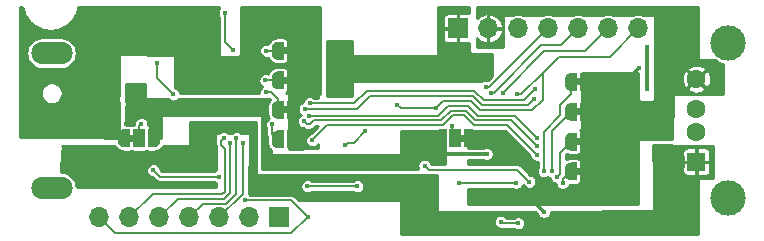
<source format=gbr>
G04 #@! TF.GenerationSoftware,KiCad,Pcbnew,5.1.6-c6e7f7d~87~ubuntu18.04.1*
G04 #@! TF.CreationDate,2021-03-10T22:13:46+06:00*
G04 #@! TF.ProjectId,USG_plus_LQFP,5553475f-706c-4757-935f-4c5146502e6b,rev?*
G04 #@! TF.SameCoordinates,Original*
G04 #@! TF.FileFunction,Copper,L2,Bot*
G04 #@! TF.FilePolarity,Positive*
%FSLAX46Y46*%
G04 Gerber Fmt 4.6, Leading zero omitted, Abs format (unit mm)*
G04 Created by KiCad (PCBNEW 5.1.6-c6e7f7d~87~ubuntu18.04.1) date 2021-03-10 22:13:46*
%MOMM*%
%LPD*%
G01*
G04 APERTURE LIST*
G04 #@! TA.AperFunction,EtchedComponent*
%ADD10C,0.100000*%
G04 #@! TD*
G04 #@! TA.AperFunction,ComponentPad*
%ADD11O,3.500000X1.900000*%
G04 #@! TD*
G04 #@! TA.AperFunction,ComponentPad*
%ADD12O,1.700000X1.700000*%
G04 #@! TD*
G04 #@! TA.AperFunction,ComponentPad*
%ADD13R,1.700000X1.700000*%
G04 #@! TD*
G04 #@! TA.AperFunction,ComponentPad*
%ADD14C,3.000000*%
G04 #@! TD*
G04 #@! TA.AperFunction,ComponentPad*
%ADD15R,1.500000X1.600000*%
G04 #@! TD*
G04 #@! TA.AperFunction,ComponentPad*
%ADD16C,1.600000*%
G04 #@! TD*
G04 #@! TA.AperFunction,SMDPad,CuDef*
%ADD17C,0.100000*%
G04 #@! TD*
G04 #@! TA.AperFunction,SMDPad,CuDef*
%ADD18R,1.000000X1.500000*%
G04 #@! TD*
G04 #@! TA.AperFunction,ViaPad*
%ADD19C,0.450000*%
G04 #@! TD*
G04 #@! TA.AperFunction,Conductor*
%ADD20C,0.300000*%
G04 #@! TD*
G04 #@! TA.AperFunction,Conductor*
%ADD21C,0.200000*%
G04 #@! TD*
G04 #@! TA.AperFunction,Conductor*
%ADD22C,0.254000*%
G04 #@! TD*
G04 APERTURE END LIST*
D10*
G36*
X109600000Y-141800000D02*
G01*
X110100000Y-141800000D01*
X110100000Y-141200000D01*
X109600000Y-141200000D01*
X109600000Y-141800000D01*
G37*
G36*
X122650000Y-133800000D02*
G01*
X123150000Y-133800000D01*
X123150000Y-134400000D01*
X122650000Y-134400000D01*
X122650000Y-133800000D01*
G37*
G36*
X122650000Y-136300000D02*
G01*
X123150000Y-136300000D01*
X123150000Y-136900000D01*
X122650000Y-136900000D01*
X122650000Y-136300000D01*
G37*
G36*
X122650000Y-138800000D02*
G01*
X123150000Y-138800000D01*
X123150000Y-139400000D01*
X122650000Y-139400000D01*
X122650000Y-138800000D01*
G37*
G36*
X138200000Y-141200000D02*
G01*
X137700000Y-141200000D01*
X137700000Y-141800000D01*
X138200000Y-141800000D01*
X138200000Y-141200000D01*
G37*
G36*
X147480000Y-136440000D02*
G01*
X147980000Y-136440000D01*
X147980000Y-137040000D01*
X147480000Y-137040000D01*
X147480000Y-136440000D01*
G37*
G36*
X147480000Y-138970000D02*
G01*
X147980000Y-138970000D01*
X147980000Y-139570000D01*
X147480000Y-139570000D01*
X147480000Y-138970000D01*
G37*
G36*
X147470000Y-141500000D02*
G01*
X147970000Y-141500000D01*
X147970000Y-142100000D01*
X147470000Y-142100000D01*
X147470000Y-141500000D01*
G37*
G36*
X147470000Y-144010000D02*
G01*
X147970000Y-144010000D01*
X147970000Y-144610000D01*
X147470000Y-144610000D01*
X147470000Y-144010000D01*
G37*
D11*
X103100000Y-145700000D03*
X103100000Y-134300000D03*
D12*
X107160000Y-148200000D03*
X109700000Y-148200000D03*
X112240000Y-148200000D03*
X114780000Y-148200000D03*
X117320000Y-148200000D03*
X119860000Y-148200000D03*
D13*
X122400000Y-148200000D03*
X137500000Y-132200000D03*
D12*
X140040000Y-132200000D03*
X142580000Y-132200000D03*
X145120000Y-132200000D03*
X147660000Y-132200000D03*
X150200000Y-132200000D03*
X152740000Y-132200000D03*
D14*
X160410000Y-146570000D03*
X160410000Y-133430000D03*
D15*
X157700000Y-143500000D03*
D16*
X157700000Y-141000000D03*
X157700000Y-139000000D03*
X157700000Y-136500000D03*
G04 #@! TA.AperFunction,SMDPad,CuDef*
D17*
G36*
X111800000Y-140750602D02*
G01*
X111824534Y-140750602D01*
X111873365Y-140755412D01*
X111921490Y-140764984D01*
X111968445Y-140779228D01*
X112013778Y-140798005D01*
X112057051Y-140821136D01*
X112097850Y-140848396D01*
X112135779Y-140879524D01*
X112170476Y-140914221D01*
X112201604Y-140952150D01*
X112228864Y-140992949D01*
X112251995Y-141036222D01*
X112270772Y-141081555D01*
X112285016Y-141128510D01*
X112294588Y-141176635D01*
X112299398Y-141225466D01*
X112299398Y-141250000D01*
X112300000Y-141250000D01*
X112300000Y-141750000D01*
X112299398Y-141750000D01*
X112299398Y-141774534D01*
X112294588Y-141823365D01*
X112285016Y-141871490D01*
X112270772Y-141918445D01*
X112251995Y-141963778D01*
X112228864Y-142007051D01*
X112201604Y-142047850D01*
X112170476Y-142085779D01*
X112135779Y-142120476D01*
X112097850Y-142151604D01*
X112057051Y-142178864D01*
X112013778Y-142201995D01*
X111968445Y-142220772D01*
X111921490Y-142235016D01*
X111873365Y-142244588D01*
X111824534Y-142249398D01*
X111800000Y-142249398D01*
X111800000Y-142250000D01*
X111250000Y-142250000D01*
X111250000Y-140750000D01*
X111800000Y-140750000D01*
X111800000Y-140750602D01*
G37*
G04 #@! TD.AperFunction*
D18*
X110500000Y-141500000D03*
G04 #@! TA.AperFunction,SMDPad,CuDef*
D17*
G36*
X109750000Y-142250000D02*
G01*
X109200000Y-142250000D01*
X109200000Y-142249398D01*
X109175466Y-142249398D01*
X109126635Y-142244588D01*
X109078510Y-142235016D01*
X109031555Y-142220772D01*
X108986222Y-142201995D01*
X108942949Y-142178864D01*
X108902150Y-142151604D01*
X108864221Y-142120476D01*
X108829524Y-142085779D01*
X108798396Y-142047850D01*
X108771136Y-142007051D01*
X108748005Y-141963778D01*
X108729228Y-141918445D01*
X108714984Y-141871490D01*
X108705412Y-141823365D01*
X108700602Y-141774534D01*
X108700602Y-141750000D01*
X108700000Y-141750000D01*
X108700000Y-141250000D01*
X108700602Y-141250000D01*
X108700602Y-141225466D01*
X108705412Y-141176635D01*
X108714984Y-141128510D01*
X108729228Y-141081555D01*
X108748005Y-141036222D01*
X108771136Y-140992949D01*
X108798396Y-140952150D01*
X108829524Y-140914221D01*
X108864221Y-140879524D01*
X108902150Y-140848396D01*
X108942949Y-140821136D01*
X108986222Y-140798005D01*
X109031555Y-140779228D01*
X109078510Y-140764984D01*
X109126635Y-140755412D01*
X109175466Y-140750602D01*
X109200000Y-140750602D01*
X109200000Y-140750000D01*
X109750000Y-140750000D01*
X109750000Y-142250000D01*
G37*
G04 #@! TD.AperFunction*
G04 #@! TA.AperFunction,SMDPad,CuDef*
G36*
X123050000Y-133350000D02*
G01*
X123550000Y-133350000D01*
X123550000Y-133350602D01*
X123574534Y-133350602D01*
X123623365Y-133355412D01*
X123671490Y-133364984D01*
X123718445Y-133379228D01*
X123763778Y-133398005D01*
X123807051Y-133421136D01*
X123847850Y-133448396D01*
X123885779Y-133479524D01*
X123920476Y-133514221D01*
X123951604Y-133552150D01*
X123978864Y-133592949D01*
X124001995Y-133636222D01*
X124020772Y-133681555D01*
X124035016Y-133728510D01*
X124044588Y-133776635D01*
X124049398Y-133825466D01*
X124049398Y-133850000D01*
X124050000Y-133850000D01*
X124050000Y-134350000D01*
X124049398Y-134350000D01*
X124049398Y-134374534D01*
X124044588Y-134423365D01*
X124035016Y-134471490D01*
X124020772Y-134518445D01*
X124001995Y-134563778D01*
X123978864Y-134607051D01*
X123951604Y-134647850D01*
X123920476Y-134685779D01*
X123885779Y-134720476D01*
X123847850Y-134751604D01*
X123807051Y-134778864D01*
X123763778Y-134801995D01*
X123718445Y-134820772D01*
X123671490Y-134835016D01*
X123623365Y-134844588D01*
X123574534Y-134849398D01*
X123550000Y-134849398D01*
X123550000Y-134850000D01*
X123050000Y-134850000D01*
X123050000Y-133350000D01*
G37*
G04 #@! TD.AperFunction*
G04 #@! TA.AperFunction,SMDPad,CuDef*
G36*
X122250000Y-134849398D02*
G01*
X122225466Y-134849398D01*
X122176635Y-134844588D01*
X122128510Y-134835016D01*
X122081555Y-134820772D01*
X122036222Y-134801995D01*
X121992949Y-134778864D01*
X121952150Y-134751604D01*
X121914221Y-134720476D01*
X121879524Y-134685779D01*
X121848396Y-134647850D01*
X121821136Y-134607051D01*
X121798005Y-134563778D01*
X121779228Y-134518445D01*
X121764984Y-134471490D01*
X121755412Y-134423365D01*
X121750602Y-134374534D01*
X121750602Y-134350000D01*
X121750000Y-134350000D01*
X121750000Y-133850000D01*
X121750602Y-133850000D01*
X121750602Y-133825466D01*
X121755412Y-133776635D01*
X121764984Y-133728510D01*
X121779228Y-133681555D01*
X121798005Y-133636222D01*
X121821136Y-133592949D01*
X121848396Y-133552150D01*
X121879524Y-133514221D01*
X121914221Y-133479524D01*
X121952150Y-133448396D01*
X121992949Y-133421136D01*
X122036222Y-133398005D01*
X122081555Y-133379228D01*
X122128510Y-133364984D01*
X122176635Y-133355412D01*
X122225466Y-133350602D01*
X122250000Y-133350602D01*
X122250000Y-133350000D01*
X122750000Y-133350000D01*
X122750000Y-134850000D01*
X122250000Y-134850000D01*
X122250000Y-134849398D01*
G37*
G04 #@! TD.AperFunction*
G04 #@! TA.AperFunction,SMDPad,CuDef*
G36*
X122250000Y-137349398D02*
G01*
X122225466Y-137349398D01*
X122176635Y-137344588D01*
X122128510Y-137335016D01*
X122081555Y-137320772D01*
X122036222Y-137301995D01*
X121992949Y-137278864D01*
X121952150Y-137251604D01*
X121914221Y-137220476D01*
X121879524Y-137185779D01*
X121848396Y-137147850D01*
X121821136Y-137107051D01*
X121798005Y-137063778D01*
X121779228Y-137018445D01*
X121764984Y-136971490D01*
X121755412Y-136923365D01*
X121750602Y-136874534D01*
X121750602Y-136850000D01*
X121750000Y-136850000D01*
X121750000Y-136350000D01*
X121750602Y-136350000D01*
X121750602Y-136325466D01*
X121755412Y-136276635D01*
X121764984Y-136228510D01*
X121779228Y-136181555D01*
X121798005Y-136136222D01*
X121821136Y-136092949D01*
X121848396Y-136052150D01*
X121879524Y-136014221D01*
X121914221Y-135979524D01*
X121952150Y-135948396D01*
X121992949Y-135921136D01*
X122036222Y-135898005D01*
X122081555Y-135879228D01*
X122128510Y-135864984D01*
X122176635Y-135855412D01*
X122225466Y-135850602D01*
X122250000Y-135850602D01*
X122250000Y-135850000D01*
X122750000Y-135850000D01*
X122750000Y-137350000D01*
X122250000Y-137350000D01*
X122250000Y-137349398D01*
G37*
G04 #@! TD.AperFunction*
G04 #@! TA.AperFunction,SMDPad,CuDef*
G36*
X123050000Y-135850000D02*
G01*
X123550000Y-135850000D01*
X123550000Y-135850602D01*
X123574534Y-135850602D01*
X123623365Y-135855412D01*
X123671490Y-135864984D01*
X123718445Y-135879228D01*
X123763778Y-135898005D01*
X123807051Y-135921136D01*
X123847850Y-135948396D01*
X123885779Y-135979524D01*
X123920476Y-136014221D01*
X123951604Y-136052150D01*
X123978864Y-136092949D01*
X124001995Y-136136222D01*
X124020772Y-136181555D01*
X124035016Y-136228510D01*
X124044588Y-136276635D01*
X124049398Y-136325466D01*
X124049398Y-136350000D01*
X124050000Y-136350000D01*
X124050000Y-136850000D01*
X124049398Y-136850000D01*
X124049398Y-136874534D01*
X124044588Y-136923365D01*
X124035016Y-136971490D01*
X124020772Y-137018445D01*
X124001995Y-137063778D01*
X123978864Y-137107051D01*
X123951604Y-137147850D01*
X123920476Y-137185779D01*
X123885779Y-137220476D01*
X123847850Y-137251604D01*
X123807051Y-137278864D01*
X123763778Y-137301995D01*
X123718445Y-137320772D01*
X123671490Y-137335016D01*
X123623365Y-137344588D01*
X123574534Y-137349398D01*
X123550000Y-137349398D01*
X123550000Y-137350000D01*
X123050000Y-137350000D01*
X123050000Y-135850000D01*
G37*
G04 #@! TD.AperFunction*
G04 #@! TA.AperFunction,SMDPad,CuDef*
G36*
X122250000Y-139849398D02*
G01*
X122225466Y-139849398D01*
X122176635Y-139844588D01*
X122128510Y-139835016D01*
X122081555Y-139820772D01*
X122036222Y-139801995D01*
X121992949Y-139778864D01*
X121952150Y-139751604D01*
X121914221Y-139720476D01*
X121879524Y-139685779D01*
X121848396Y-139647850D01*
X121821136Y-139607051D01*
X121798005Y-139563778D01*
X121779228Y-139518445D01*
X121764984Y-139471490D01*
X121755412Y-139423365D01*
X121750602Y-139374534D01*
X121750602Y-139350000D01*
X121750000Y-139350000D01*
X121750000Y-138850000D01*
X121750602Y-138850000D01*
X121750602Y-138825466D01*
X121755412Y-138776635D01*
X121764984Y-138728510D01*
X121779228Y-138681555D01*
X121798005Y-138636222D01*
X121821136Y-138592949D01*
X121848396Y-138552150D01*
X121879524Y-138514221D01*
X121914221Y-138479524D01*
X121952150Y-138448396D01*
X121992949Y-138421136D01*
X122036222Y-138398005D01*
X122081555Y-138379228D01*
X122128510Y-138364984D01*
X122176635Y-138355412D01*
X122225466Y-138350602D01*
X122250000Y-138350602D01*
X122250000Y-138350000D01*
X122750000Y-138350000D01*
X122750000Y-139850000D01*
X122250000Y-139850000D01*
X122250000Y-139849398D01*
G37*
G04 #@! TD.AperFunction*
G04 #@! TA.AperFunction,SMDPad,CuDef*
G36*
X123050000Y-138350000D02*
G01*
X123550000Y-138350000D01*
X123550000Y-138350602D01*
X123574534Y-138350602D01*
X123623365Y-138355412D01*
X123671490Y-138364984D01*
X123718445Y-138379228D01*
X123763778Y-138398005D01*
X123807051Y-138421136D01*
X123847850Y-138448396D01*
X123885779Y-138479524D01*
X123920476Y-138514221D01*
X123951604Y-138552150D01*
X123978864Y-138592949D01*
X124001995Y-138636222D01*
X124020772Y-138681555D01*
X124035016Y-138728510D01*
X124044588Y-138776635D01*
X124049398Y-138825466D01*
X124049398Y-138850000D01*
X124050000Y-138850000D01*
X124050000Y-139350000D01*
X124049398Y-139350000D01*
X124049398Y-139374534D01*
X124044588Y-139423365D01*
X124035016Y-139471490D01*
X124020772Y-139518445D01*
X124001995Y-139563778D01*
X123978864Y-139607051D01*
X123951604Y-139647850D01*
X123920476Y-139685779D01*
X123885779Y-139720476D01*
X123847850Y-139751604D01*
X123807051Y-139778864D01*
X123763778Y-139801995D01*
X123718445Y-139820772D01*
X123671490Y-139835016D01*
X123623365Y-139844588D01*
X123574534Y-139849398D01*
X123550000Y-139849398D01*
X123550000Y-139850000D01*
X123050000Y-139850000D01*
X123050000Y-138350000D01*
G37*
G04 #@! TD.AperFunction*
G04 #@! TA.AperFunction,SMDPad,CuDef*
G36*
X123050000Y-140850000D02*
G01*
X123550000Y-140850000D01*
X123550000Y-140850602D01*
X123574534Y-140850602D01*
X123623365Y-140855412D01*
X123671490Y-140864984D01*
X123718445Y-140879228D01*
X123763778Y-140898005D01*
X123807051Y-140921136D01*
X123847850Y-140948396D01*
X123885779Y-140979524D01*
X123920476Y-141014221D01*
X123951604Y-141052150D01*
X123978864Y-141092949D01*
X124001995Y-141136222D01*
X124020772Y-141181555D01*
X124035016Y-141228510D01*
X124044588Y-141276635D01*
X124049398Y-141325466D01*
X124049398Y-141350000D01*
X124050000Y-141350000D01*
X124050000Y-141850000D01*
X124049398Y-141850000D01*
X124049398Y-141874534D01*
X124044588Y-141923365D01*
X124035016Y-141971490D01*
X124020772Y-142018445D01*
X124001995Y-142063778D01*
X123978864Y-142107051D01*
X123951604Y-142147850D01*
X123920476Y-142185779D01*
X123885779Y-142220476D01*
X123847850Y-142251604D01*
X123807051Y-142278864D01*
X123763778Y-142301995D01*
X123718445Y-142320772D01*
X123671490Y-142335016D01*
X123623365Y-142344588D01*
X123574534Y-142349398D01*
X123550000Y-142349398D01*
X123550000Y-142350000D01*
X123050000Y-142350000D01*
X123050000Y-140850000D01*
G37*
G04 #@! TD.AperFunction*
G04 #@! TA.AperFunction,SMDPad,CuDef*
G36*
X122250000Y-142349398D02*
G01*
X122225466Y-142349398D01*
X122176635Y-142344588D01*
X122128510Y-142335016D01*
X122081555Y-142320772D01*
X122036222Y-142301995D01*
X121992949Y-142278864D01*
X121952150Y-142251604D01*
X121914221Y-142220476D01*
X121879524Y-142185779D01*
X121848396Y-142147850D01*
X121821136Y-142107051D01*
X121798005Y-142063778D01*
X121779228Y-142018445D01*
X121764984Y-141971490D01*
X121755412Y-141923365D01*
X121750602Y-141874534D01*
X121750602Y-141850000D01*
X121750000Y-141850000D01*
X121750000Y-141350000D01*
X121750602Y-141350000D01*
X121750602Y-141325466D01*
X121755412Y-141276635D01*
X121764984Y-141228510D01*
X121779228Y-141181555D01*
X121798005Y-141136222D01*
X121821136Y-141092949D01*
X121848396Y-141052150D01*
X121879524Y-141014221D01*
X121914221Y-140979524D01*
X121952150Y-140948396D01*
X121992949Y-140921136D01*
X122036222Y-140898005D01*
X122081555Y-140879228D01*
X122128510Y-140864984D01*
X122176635Y-140855412D01*
X122225466Y-140850602D01*
X122250000Y-140850602D01*
X122250000Y-140850000D01*
X122750000Y-140850000D01*
X122750000Y-142350000D01*
X122250000Y-142350000D01*
X122250000Y-142349398D01*
G37*
G04 #@! TD.AperFunction*
G04 #@! TA.AperFunction,SMDPad,CuDef*
G36*
X138050000Y-140750000D02*
G01*
X138600000Y-140750000D01*
X138600000Y-140750602D01*
X138624534Y-140750602D01*
X138673365Y-140755412D01*
X138721490Y-140764984D01*
X138768445Y-140779228D01*
X138813778Y-140798005D01*
X138857051Y-140821136D01*
X138897850Y-140848396D01*
X138935779Y-140879524D01*
X138970476Y-140914221D01*
X139001604Y-140952150D01*
X139028864Y-140992949D01*
X139051995Y-141036222D01*
X139070772Y-141081555D01*
X139085016Y-141128510D01*
X139094588Y-141176635D01*
X139099398Y-141225466D01*
X139099398Y-141250000D01*
X139100000Y-141250000D01*
X139100000Y-141750000D01*
X139099398Y-141750000D01*
X139099398Y-141774534D01*
X139094588Y-141823365D01*
X139085016Y-141871490D01*
X139070772Y-141918445D01*
X139051995Y-141963778D01*
X139028864Y-142007051D01*
X139001604Y-142047850D01*
X138970476Y-142085779D01*
X138935779Y-142120476D01*
X138897850Y-142151604D01*
X138857051Y-142178864D01*
X138813778Y-142201995D01*
X138768445Y-142220772D01*
X138721490Y-142235016D01*
X138673365Y-142244588D01*
X138624534Y-142249398D01*
X138600000Y-142249398D01*
X138600000Y-142250000D01*
X138050000Y-142250000D01*
X138050000Y-140750000D01*
G37*
G04 #@! TD.AperFunction*
D18*
X137300000Y-141500000D03*
G04 #@! TA.AperFunction,SMDPad,CuDef*
D17*
G36*
X136000000Y-142249398D02*
G01*
X135975466Y-142249398D01*
X135926635Y-142244588D01*
X135878510Y-142235016D01*
X135831555Y-142220772D01*
X135786222Y-142201995D01*
X135742949Y-142178864D01*
X135702150Y-142151604D01*
X135664221Y-142120476D01*
X135629524Y-142085779D01*
X135598396Y-142047850D01*
X135571136Y-142007051D01*
X135548005Y-141963778D01*
X135529228Y-141918445D01*
X135514984Y-141871490D01*
X135505412Y-141823365D01*
X135500602Y-141774534D01*
X135500602Y-141750000D01*
X135500000Y-141750000D01*
X135500000Y-141250000D01*
X135500602Y-141250000D01*
X135500602Y-141225466D01*
X135505412Y-141176635D01*
X135514984Y-141128510D01*
X135529228Y-141081555D01*
X135548005Y-141036222D01*
X135571136Y-140992949D01*
X135598396Y-140952150D01*
X135629524Y-140914221D01*
X135664221Y-140879524D01*
X135702150Y-140848396D01*
X135742949Y-140821136D01*
X135786222Y-140798005D01*
X135831555Y-140779228D01*
X135878510Y-140764984D01*
X135926635Y-140755412D01*
X135975466Y-140750602D01*
X136000000Y-140750602D01*
X136000000Y-140750000D01*
X136550000Y-140750000D01*
X136550000Y-142250000D01*
X136000000Y-142250000D01*
X136000000Y-142249398D01*
G37*
G04 #@! TD.AperFunction*
G04 #@! TA.AperFunction,SMDPad,CuDef*
G36*
X147080000Y-137489398D02*
G01*
X147055466Y-137489398D01*
X147006635Y-137484588D01*
X146958510Y-137475016D01*
X146911555Y-137460772D01*
X146866222Y-137441995D01*
X146822949Y-137418864D01*
X146782150Y-137391604D01*
X146744221Y-137360476D01*
X146709524Y-137325779D01*
X146678396Y-137287850D01*
X146651136Y-137247051D01*
X146628005Y-137203778D01*
X146609228Y-137158445D01*
X146594984Y-137111490D01*
X146585412Y-137063365D01*
X146580602Y-137014534D01*
X146580602Y-136990000D01*
X146580000Y-136990000D01*
X146580000Y-136490000D01*
X146580602Y-136490000D01*
X146580602Y-136465466D01*
X146585412Y-136416635D01*
X146594984Y-136368510D01*
X146609228Y-136321555D01*
X146628005Y-136276222D01*
X146651136Y-136232949D01*
X146678396Y-136192150D01*
X146709524Y-136154221D01*
X146744221Y-136119524D01*
X146782150Y-136088396D01*
X146822949Y-136061136D01*
X146866222Y-136038005D01*
X146911555Y-136019228D01*
X146958510Y-136004984D01*
X147006635Y-135995412D01*
X147055466Y-135990602D01*
X147080000Y-135990602D01*
X147080000Y-135990000D01*
X147580000Y-135990000D01*
X147580000Y-137490000D01*
X147080000Y-137490000D01*
X147080000Y-137489398D01*
G37*
G04 #@! TD.AperFunction*
G04 #@! TA.AperFunction,SMDPad,CuDef*
G36*
X147880000Y-135990000D02*
G01*
X148380000Y-135990000D01*
X148380000Y-135990602D01*
X148404534Y-135990602D01*
X148453365Y-135995412D01*
X148501490Y-136004984D01*
X148548445Y-136019228D01*
X148593778Y-136038005D01*
X148637051Y-136061136D01*
X148677850Y-136088396D01*
X148715779Y-136119524D01*
X148750476Y-136154221D01*
X148781604Y-136192150D01*
X148808864Y-136232949D01*
X148831995Y-136276222D01*
X148850772Y-136321555D01*
X148865016Y-136368510D01*
X148874588Y-136416635D01*
X148879398Y-136465466D01*
X148879398Y-136490000D01*
X148880000Y-136490000D01*
X148880000Y-136990000D01*
X148879398Y-136990000D01*
X148879398Y-137014534D01*
X148874588Y-137063365D01*
X148865016Y-137111490D01*
X148850772Y-137158445D01*
X148831995Y-137203778D01*
X148808864Y-137247051D01*
X148781604Y-137287850D01*
X148750476Y-137325779D01*
X148715779Y-137360476D01*
X148677850Y-137391604D01*
X148637051Y-137418864D01*
X148593778Y-137441995D01*
X148548445Y-137460772D01*
X148501490Y-137475016D01*
X148453365Y-137484588D01*
X148404534Y-137489398D01*
X148380000Y-137489398D01*
X148380000Y-137490000D01*
X147880000Y-137490000D01*
X147880000Y-135990000D01*
G37*
G04 #@! TD.AperFunction*
G04 #@! TA.AperFunction,SMDPad,CuDef*
G36*
X147880000Y-138520000D02*
G01*
X148380000Y-138520000D01*
X148380000Y-138520602D01*
X148404534Y-138520602D01*
X148453365Y-138525412D01*
X148501490Y-138534984D01*
X148548445Y-138549228D01*
X148593778Y-138568005D01*
X148637051Y-138591136D01*
X148677850Y-138618396D01*
X148715779Y-138649524D01*
X148750476Y-138684221D01*
X148781604Y-138722150D01*
X148808864Y-138762949D01*
X148831995Y-138806222D01*
X148850772Y-138851555D01*
X148865016Y-138898510D01*
X148874588Y-138946635D01*
X148879398Y-138995466D01*
X148879398Y-139020000D01*
X148880000Y-139020000D01*
X148880000Y-139520000D01*
X148879398Y-139520000D01*
X148879398Y-139544534D01*
X148874588Y-139593365D01*
X148865016Y-139641490D01*
X148850772Y-139688445D01*
X148831995Y-139733778D01*
X148808864Y-139777051D01*
X148781604Y-139817850D01*
X148750476Y-139855779D01*
X148715779Y-139890476D01*
X148677850Y-139921604D01*
X148637051Y-139948864D01*
X148593778Y-139971995D01*
X148548445Y-139990772D01*
X148501490Y-140005016D01*
X148453365Y-140014588D01*
X148404534Y-140019398D01*
X148380000Y-140019398D01*
X148380000Y-140020000D01*
X147880000Y-140020000D01*
X147880000Y-138520000D01*
G37*
G04 #@! TD.AperFunction*
G04 #@! TA.AperFunction,SMDPad,CuDef*
G36*
X147080000Y-140019398D02*
G01*
X147055466Y-140019398D01*
X147006635Y-140014588D01*
X146958510Y-140005016D01*
X146911555Y-139990772D01*
X146866222Y-139971995D01*
X146822949Y-139948864D01*
X146782150Y-139921604D01*
X146744221Y-139890476D01*
X146709524Y-139855779D01*
X146678396Y-139817850D01*
X146651136Y-139777051D01*
X146628005Y-139733778D01*
X146609228Y-139688445D01*
X146594984Y-139641490D01*
X146585412Y-139593365D01*
X146580602Y-139544534D01*
X146580602Y-139520000D01*
X146580000Y-139520000D01*
X146580000Y-139020000D01*
X146580602Y-139020000D01*
X146580602Y-138995466D01*
X146585412Y-138946635D01*
X146594984Y-138898510D01*
X146609228Y-138851555D01*
X146628005Y-138806222D01*
X146651136Y-138762949D01*
X146678396Y-138722150D01*
X146709524Y-138684221D01*
X146744221Y-138649524D01*
X146782150Y-138618396D01*
X146822949Y-138591136D01*
X146866222Y-138568005D01*
X146911555Y-138549228D01*
X146958510Y-138534984D01*
X147006635Y-138525412D01*
X147055466Y-138520602D01*
X147080000Y-138520602D01*
X147080000Y-138520000D01*
X147580000Y-138520000D01*
X147580000Y-140020000D01*
X147080000Y-140020000D01*
X147080000Y-140019398D01*
G37*
G04 #@! TD.AperFunction*
G04 #@! TA.AperFunction,SMDPad,CuDef*
G36*
X147070000Y-142549398D02*
G01*
X147045466Y-142549398D01*
X146996635Y-142544588D01*
X146948510Y-142535016D01*
X146901555Y-142520772D01*
X146856222Y-142501995D01*
X146812949Y-142478864D01*
X146772150Y-142451604D01*
X146734221Y-142420476D01*
X146699524Y-142385779D01*
X146668396Y-142347850D01*
X146641136Y-142307051D01*
X146618005Y-142263778D01*
X146599228Y-142218445D01*
X146584984Y-142171490D01*
X146575412Y-142123365D01*
X146570602Y-142074534D01*
X146570602Y-142050000D01*
X146570000Y-142050000D01*
X146570000Y-141550000D01*
X146570602Y-141550000D01*
X146570602Y-141525466D01*
X146575412Y-141476635D01*
X146584984Y-141428510D01*
X146599228Y-141381555D01*
X146618005Y-141336222D01*
X146641136Y-141292949D01*
X146668396Y-141252150D01*
X146699524Y-141214221D01*
X146734221Y-141179524D01*
X146772150Y-141148396D01*
X146812949Y-141121136D01*
X146856222Y-141098005D01*
X146901555Y-141079228D01*
X146948510Y-141064984D01*
X146996635Y-141055412D01*
X147045466Y-141050602D01*
X147070000Y-141050602D01*
X147070000Y-141050000D01*
X147570000Y-141050000D01*
X147570000Y-142550000D01*
X147070000Y-142550000D01*
X147070000Y-142549398D01*
G37*
G04 #@! TD.AperFunction*
G04 #@! TA.AperFunction,SMDPad,CuDef*
G36*
X147870000Y-141050000D02*
G01*
X148370000Y-141050000D01*
X148370000Y-141050602D01*
X148394534Y-141050602D01*
X148443365Y-141055412D01*
X148491490Y-141064984D01*
X148538445Y-141079228D01*
X148583778Y-141098005D01*
X148627051Y-141121136D01*
X148667850Y-141148396D01*
X148705779Y-141179524D01*
X148740476Y-141214221D01*
X148771604Y-141252150D01*
X148798864Y-141292949D01*
X148821995Y-141336222D01*
X148840772Y-141381555D01*
X148855016Y-141428510D01*
X148864588Y-141476635D01*
X148869398Y-141525466D01*
X148869398Y-141550000D01*
X148870000Y-141550000D01*
X148870000Y-142050000D01*
X148869398Y-142050000D01*
X148869398Y-142074534D01*
X148864588Y-142123365D01*
X148855016Y-142171490D01*
X148840772Y-142218445D01*
X148821995Y-142263778D01*
X148798864Y-142307051D01*
X148771604Y-142347850D01*
X148740476Y-142385779D01*
X148705779Y-142420476D01*
X148667850Y-142451604D01*
X148627051Y-142478864D01*
X148583778Y-142501995D01*
X148538445Y-142520772D01*
X148491490Y-142535016D01*
X148443365Y-142544588D01*
X148394534Y-142549398D01*
X148370000Y-142549398D01*
X148370000Y-142550000D01*
X147870000Y-142550000D01*
X147870000Y-141050000D01*
G37*
G04 #@! TD.AperFunction*
G04 #@! TA.AperFunction,SMDPad,CuDef*
G36*
X147870000Y-143560000D02*
G01*
X148370000Y-143560000D01*
X148370000Y-143560602D01*
X148394534Y-143560602D01*
X148443365Y-143565412D01*
X148491490Y-143574984D01*
X148538445Y-143589228D01*
X148583778Y-143608005D01*
X148627051Y-143631136D01*
X148667850Y-143658396D01*
X148705779Y-143689524D01*
X148740476Y-143724221D01*
X148771604Y-143762150D01*
X148798864Y-143802949D01*
X148821995Y-143846222D01*
X148840772Y-143891555D01*
X148855016Y-143938510D01*
X148864588Y-143986635D01*
X148869398Y-144035466D01*
X148869398Y-144060000D01*
X148870000Y-144060000D01*
X148870000Y-144560000D01*
X148869398Y-144560000D01*
X148869398Y-144584534D01*
X148864588Y-144633365D01*
X148855016Y-144681490D01*
X148840772Y-144728445D01*
X148821995Y-144773778D01*
X148798864Y-144817051D01*
X148771604Y-144857850D01*
X148740476Y-144895779D01*
X148705779Y-144930476D01*
X148667850Y-144961604D01*
X148627051Y-144988864D01*
X148583778Y-145011995D01*
X148538445Y-145030772D01*
X148491490Y-145045016D01*
X148443365Y-145054588D01*
X148394534Y-145059398D01*
X148370000Y-145059398D01*
X148370000Y-145060000D01*
X147870000Y-145060000D01*
X147870000Y-143560000D01*
G37*
G04 #@! TD.AperFunction*
G04 #@! TA.AperFunction,SMDPad,CuDef*
G36*
X147070000Y-145059398D02*
G01*
X147045466Y-145059398D01*
X146996635Y-145054588D01*
X146948510Y-145045016D01*
X146901555Y-145030772D01*
X146856222Y-145011995D01*
X146812949Y-144988864D01*
X146772150Y-144961604D01*
X146734221Y-144930476D01*
X146699524Y-144895779D01*
X146668396Y-144857850D01*
X146641136Y-144817051D01*
X146618005Y-144773778D01*
X146599228Y-144728445D01*
X146584984Y-144681490D01*
X146575412Y-144633365D01*
X146570602Y-144584534D01*
X146570602Y-144560000D01*
X146570000Y-144560000D01*
X146570000Y-144060000D01*
X146570602Y-144060000D01*
X146570602Y-144035466D01*
X146575412Y-143986635D01*
X146584984Y-143938510D01*
X146599228Y-143891555D01*
X146618005Y-143846222D01*
X146641136Y-143802949D01*
X146668396Y-143762150D01*
X146699524Y-143724221D01*
X146734221Y-143689524D01*
X146772150Y-143658396D01*
X146812949Y-143631136D01*
X146856222Y-143608005D01*
X146901555Y-143589228D01*
X146948510Y-143574984D01*
X146996635Y-143565412D01*
X147045466Y-143560602D01*
X147070000Y-143560602D01*
X147070000Y-143560000D01*
X147570000Y-143560000D01*
X147570000Y-145060000D01*
X147070000Y-145060000D01*
X147070000Y-145059398D01*
G37*
G04 #@! TD.AperFunction*
D19*
X133720000Y-147060000D03*
X134930000Y-148610000D03*
X134970000Y-149430000D03*
X107900000Y-143490000D03*
X105830000Y-142340000D03*
X105850000Y-144570000D03*
X104130000Y-143500000D03*
X135030000Y-147500000D03*
X133110000Y-147040000D03*
X125820000Y-144870000D03*
X154550000Y-145210000D03*
X124910000Y-134540000D03*
X124950000Y-136060000D03*
X108852323Y-138625000D03*
X138980000Y-145924999D03*
X139740000Y-145960000D03*
X151280000Y-139850000D03*
X152640000Y-139860000D03*
X151940000Y-139830000D03*
X152881285Y-135525000D03*
X107730000Y-141520000D03*
X116730000Y-130710000D03*
X113680000Y-131000000D03*
X105850000Y-135410000D03*
X104050000Y-136490000D03*
X105840000Y-137580000D03*
X107690000Y-136500000D03*
X108290000Y-135390000D03*
X116090000Y-137575000D03*
X151490000Y-145040000D03*
X152340000Y-144860000D03*
X140060000Y-143600000D03*
X144800000Y-147760000D03*
X134600000Y-136200000D03*
X134590000Y-134910000D03*
X133400000Y-136250000D03*
X133990000Y-135560000D03*
X133400000Y-134900000D03*
X109452323Y-138375000D03*
X153481286Y-135275000D03*
X153500000Y-137340000D03*
X153480000Y-133780000D03*
X109480000Y-137325000D03*
X110450000Y-137220000D03*
X109427323Y-140290000D03*
X111780000Y-140350000D03*
X116665000Y-139280000D03*
X116990000Y-138670000D03*
X130760000Y-143940000D03*
X131400000Y-143960000D03*
X132070000Y-143960000D03*
X124930000Y-143920000D03*
X124920000Y-143250000D03*
X127660000Y-137780000D03*
X127380000Y-133760000D03*
X140020000Y-136380000D03*
X139570000Y-135770000D03*
X133960000Y-142810000D03*
X134540000Y-142210000D03*
X134550000Y-141340000D03*
X133960000Y-141750000D03*
X139930000Y-142840000D03*
X124780000Y-148160000D03*
X128980000Y-145580000D03*
X124770000Y-145580000D03*
X129680000Y-140925000D03*
X127970000Y-142100000D03*
X119505212Y-146757252D03*
X137610000Y-145274998D03*
X142430000Y-145310000D03*
X134680000Y-143840000D03*
X143550000Y-145190000D03*
X132380000Y-138670000D03*
X142550000Y-137764979D03*
X135670000Y-138970000D03*
X117689989Y-141482725D03*
X118200000Y-141950000D03*
X118740000Y-141500000D03*
X118472878Y-134030414D03*
X117762000Y-130868311D03*
X119300000Y-141940000D03*
X139870000Y-137150000D03*
X140335393Y-137648268D03*
X141343342Y-137654712D03*
X110700000Y-140300000D03*
X121270000Y-134100000D03*
X121210000Y-136600000D03*
X121280000Y-137600000D03*
X121775000Y-140330000D03*
X137036134Y-140487937D03*
X144799997Y-144305000D03*
X145450000Y-144305000D03*
X145887934Y-144793055D03*
X146390696Y-145301701D03*
X111720000Y-144210000D03*
X117250000Y-144764990D03*
X113400000Y-137800000D03*
X111994573Y-135164605D03*
X142600000Y-148710000D03*
X141148931Y-148575000D03*
X124960000Y-138540000D03*
X144050000Y-137370000D03*
X124533803Y-139030773D03*
X143986232Y-138176232D03*
X124911288Y-139590001D03*
X144241230Y-141458768D03*
X124478481Y-140074955D03*
X144220000Y-142190000D03*
X125159998Y-141680000D03*
X144210000Y-142930000D03*
D20*
X151762201Y-136740000D02*
X148380000Y-136740000D01*
X151762201Y-136644084D02*
X151762201Y-136740000D01*
X152881285Y-135525000D02*
X151762201Y-136644084D01*
X108852323Y-141152323D02*
X109200000Y-141500000D01*
X108852323Y-138625000D02*
X108852323Y-141152323D01*
X109180000Y-141520000D02*
X109200000Y-141500000D01*
X107730000Y-141520000D02*
X109180000Y-141520000D01*
X143000000Y-145960000D02*
X139740000Y-145960000D01*
X144800000Y-147760000D02*
X143000000Y-145960000D01*
X153481286Y-137321286D02*
X153500000Y-137340000D01*
X153481286Y-135275000D02*
X153481286Y-137321286D01*
X153480000Y-135273714D02*
X153481286Y-135275000D01*
X153480000Y-133780000D02*
X153480000Y-135273714D01*
X111780000Y-141480000D02*
X111800000Y-141500000D01*
X111780000Y-140350000D02*
X111780000Y-141480000D01*
X109992324Y-139724999D02*
X111154999Y-139724999D01*
X111154999Y-139724999D02*
X111780000Y-140350000D01*
X109427323Y-140290000D02*
X109992324Y-139724999D01*
X124930000Y-143920000D02*
X124930000Y-143260000D01*
X124930000Y-143260000D02*
X124920000Y-143250000D01*
X132070000Y-143960000D02*
X132790000Y-143960000D01*
X132790000Y-143960000D02*
X134540000Y-142210000D01*
X132070000Y-143960000D02*
X134550000Y-141480000D01*
X134550000Y-141480000D02*
X134550000Y-141340000D01*
X132070000Y-143960000D02*
X132810000Y-143960000D01*
X132810000Y-143960000D02*
X133960000Y-142810000D01*
X133960000Y-142810000D02*
X133960000Y-141750000D01*
X135170000Y-142840000D02*
X134540000Y-142210000D01*
X139930000Y-142840000D02*
X135170000Y-142840000D01*
D21*
X108514999Y-149554999D02*
X123385001Y-149554999D01*
X107160000Y-148200000D02*
X108514999Y-149554999D01*
X123385001Y-149554999D02*
X124780000Y-148160000D01*
X128980000Y-145580000D02*
X124770000Y-145580000D01*
X128730000Y-141875000D02*
X129680000Y-140925000D01*
X128730000Y-141875000D02*
X128195000Y-141875000D01*
X128195000Y-141875000D02*
X127970000Y-142100000D01*
X123377252Y-146757252D02*
X124780000Y-148160000D01*
X119505212Y-146757252D02*
X123377252Y-146757252D01*
X137645002Y-145310000D02*
X137610000Y-145274998D01*
X142430000Y-145310000D02*
X137645002Y-145310000D01*
X134680000Y-143840000D02*
X135020000Y-144180000D01*
X135020000Y-144180000D02*
X142540000Y-144180000D01*
X142540000Y-144180000D02*
X143550000Y-145190000D01*
X142868198Y-137764979D02*
X142550000Y-137764979D01*
X152740000Y-132200000D02*
X150350000Y-134590000D01*
X150350000Y-134590000D02*
X146043177Y-134590000D01*
X144691589Y-138247877D02*
X144691589Y-135941589D01*
X143819466Y-139120000D02*
X144691589Y-138247877D01*
X144691589Y-135941589D02*
X142868198Y-137764979D01*
X146043177Y-134590000D02*
X144691589Y-135941589D01*
X132380000Y-138670000D02*
X132690000Y-138980000D01*
X135670000Y-138970000D02*
X136279990Y-138360010D01*
X136279990Y-138360010D02*
X138629990Y-138360010D01*
X139389980Y-139120000D02*
X139820000Y-139120000D01*
X138629990Y-138360010D02*
X139389980Y-139120000D01*
X139820000Y-139120000D02*
X143819466Y-139120000D01*
X132700000Y-138970000D02*
X132690000Y-138980000D01*
X135670000Y-138970000D02*
X132700000Y-138970000D01*
X117779996Y-142377000D02*
X117464990Y-142061994D01*
X117779996Y-146028606D02*
X117779996Y-142377000D01*
X117464990Y-142061994D02*
X117464990Y-141707724D01*
X117464990Y-141707724D02*
X117689989Y-141482725D01*
X111650021Y-146249979D02*
X117558624Y-146249978D01*
X109700000Y-148200000D02*
X111650021Y-146249979D01*
X117558624Y-146249978D02*
X117779996Y-146028606D01*
X112240000Y-148200000D02*
X113790011Y-146649989D01*
X113790011Y-146649989D02*
X117724313Y-146649989D01*
X117724313Y-146649989D02*
X118200000Y-146174302D01*
X118200000Y-146174302D02*
X118200000Y-141950000D01*
X117890001Y-147049999D02*
X118740000Y-146200000D01*
X114780000Y-148200000D02*
X115930001Y-147049999D01*
X118740000Y-146200000D02*
X118740000Y-141500000D01*
X115930001Y-147049999D02*
X117890001Y-147049999D01*
X118472878Y-134030414D02*
X117762000Y-133319536D01*
X117762000Y-133319536D02*
X117762000Y-130868311D01*
X117320000Y-148200000D02*
X119300000Y-146220000D01*
X119300000Y-146220000D02*
X119300000Y-141940000D01*
X145120000Y-132200000D02*
X140170000Y-137150000D01*
X140170000Y-137150000D02*
X139870000Y-137150000D01*
X147660000Y-132200000D02*
X146220000Y-133640000D01*
X146220000Y-133640000D02*
X144530000Y-133640000D01*
X144530000Y-133640000D02*
X140521732Y-137648268D01*
X140521732Y-137648268D02*
X140335393Y-137648268D01*
X148240000Y-134160000D02*
X150200000Y-132200000D01*
X145430000Y-134160000D02*
X148240000Y-134160000D01*
X144838054Y-134160000D02*
X145430000Y-134160000D01*
X141343342Y-137654712D02*
X144838054Y-134160000D01*
X110500000Y-140500000D02*
X110700000Y-140300000D01*
X110500000Y-141500000D02*
X110500000Y-140500000D01*
X121270000Y-134100000D02*
X122250000Y-134100000D01*
X121210000Y-136600000D02*
X122250000Y-136600000D01*
X121280000Y-137600000D02*
X121650000Y-137600000D01*
X122250000Y-138200000D02*
X122250000Y-139100000D01*
X121650000Y-137600000D02*
X122250000Y-138200000D01*
X121775000Y-141125000D02*
X122250000Y-141600000D01*
X121775000Y-140330000D02*
X121775000Y-141125000D01*
X137130000Y-141330000D02*
X137300000Y-141500000D01*
X137036134Y-141236134D02*
X137300000Y-141500000D01*
X137036134Y-140487937D02*
X137036134Y-141236134D01*
X147080000Y-137790000D02*
X147080000Y-136740000D01*
X146190000Y-139560000D02*
X146190000Y-138680000D01*
X144799997Y-144305000D02*
X144799997Y-140950003D01*
X146190000Y-138680000D02*
X147080000Y-137790000D01*
X144799997Y-140950003D02*
X146190000Y-139560000D01*
X145450000Y-140900000D02*
X147080000Y-139270000D01*
X145450000Y-144305000D02*
X145450000Y-140900000D01*
X145887934Y-144793055D02*
X146150000Y-144530989D01*
X146150000Y-142720000D02*
X147070000Y-141800000D01*
X146150000Y-144530989D02*
X146150000Y-142720000D01*
X146390696Y-144989304D02*
X147070000Y-144310000D01*
X146390696Y-145301701D02*
X146390696Y-144989304D01*
X111720000Y-144210000D02*
X112274990Y-144764990D01*
X112274990Y-144764990D02*
X117250000Y-144764990D01*
X113400000Y-137800000D02*
X111994573Y-136394573D01*
X111994573Y-136394573D02*
X111994573Y-135164605D01*
X141283931Y-148710000D02*
X141148931Y-148575000D01*
X142600000Y-148710000D02*
X141283931Y-148710000D01*
X128730000Y-138540000D02*
X129770000Y-137500000D01*
X143130011Y-138289989D02*
X144050000Y-137370000D01*
X139699990Y-138289989D02*
X143130011Y-138289989D01*
X124960000Y-138540000D02*
X128730000Y-138540000D01*
X138910000Y-137500000D02*
X139699990Y-138289989D01*
X129770000Y-137500000D02*
X138910000Y-137500000D01*
X139534302Y-138690000D02*
X143472464Y-138690000D01*
X130040000Y-137960000D02*
X138804302Y-137960000D01*
X128935000Y-139065000D02*
X130040000Y-137960000D01*
X124568030Y-139065000D02*
X128935000Y-139065000D01*
X124533803Y-139030773D02*
X124568030Y-139065000D01*
X143472464Y-138690000D02*
X143986232Y-138176232D01*
X138804302Y-137960000D02*
X139534302Y-138690000D01*
X139169999Y-139590001D02*
X142372463Y-139590001D01*
X138340018Y-138760020D02*
X139169999Y-139590001D01*
X142372463Y-139590001D02*
X144241230Y-141458768D01*
X135827001Y-139590001D02*
X136656982Y-138760020D01*
X136656982Y-138760020D02*
X138340018Y-138760020D01*
X124911288Y-139590001D02*
X135827001Y-139590001D01*
X142020010Y-139990010D02*
X144220000Y-142190000D01*
X138990010Y-139990010D02*
X142020010Y-139990010D01*
X138160030Y-139160030D02*
X138990010Y-139990010D01*
X124478481Y-140074955D02*
X124703480Y-140299954D01*
X124703480Y-140299954D02*
X124980046Y-140299954D01*
X124980046Y-140299954D02*
X125289990Y-139990010D01*
X125289990Y-139990010D02*
X136069990Y-139990010D01*
X136069990Y-139990010D02*
X136899970Y-139160030D01*
X136899970Y-139160030D02*
X138160030Y-139160030D01*
X125159998Y-141680000D02*
X126439998Y-140400000D01*
X141680000Y-140400000D02*
X144210000Y-142930000D01*
X136120000Y-140400000D02*
X136270000Y-140400000D01*
X136120000Y-140400000D02*
X136250000Y-140400000D01*
X126439998Y-140400000D02*
X136120000Y-140400000D01*
X136270000Y-140400000D02*
X137100000Y-139570000D01*
X138834302Y-140400000D02*
X138880000Y-140400000D01*
X138004302Y-139570000D02*
X138834302Y-140400000D01*
X137100000Y-139570000D02*
X138004302Y-139570000D01*
X138880000Y-140400000D02*
X141680000Y-140400000D01*
D22*
G36*
X120393000Y-144480142D02*
G01*
X120395468Y-144504915D01*
X120402722Y-144528732D01*
X120414482Y-144550675D01*
X120430298Y-144569903D01*
X120449560Y-144585675D01*
X120471530Y-144597387D01*
X120495363Y-144604587D01*
X120520000Y-144607000D01*
X134798489Y-144607000D01*
X134835038Y-144626536D01*
X134925707Y-144654040D01*
X135020000Y-144663327D01*
X135043626Y-144661000D01*
X135735017Y-144661000D01*
X135768008Y-147610850D01*
X135770725Y-147635598D01*
X135778218Y-147659340D01*
X135790199Y-147681164D01*
X135806207Y-147700231D01*
X135825628Y-147715809D01*
X135847714Y-147727299D01*
X135871618Y-147734259D01*
X135895273Y-147736430D01*
X144008036Y-147718983D01*
X144215170Y-147926117D01*
X144217288Y-147936764D01*
X144262970Y-148047049D01*
X144329289Y-148146302D01*
X144413698Y-148230711D01*
X144512951Y-148297030D01*
X144623236Y-148342712D01*
X144740314Y-148366000D01*
X144859686Y-148366000D01*
X144976764Y-148342712D01*
X145087049Y-148297030D01*
X145186302Y-148230711D01*
X145270711Y-148146302D01*
X145337030Y-148047049D01*
X145382712Y-147936764D01*
X145406000Y-147819686D01*
X145406000Y-147715977D01*
X153965273Y-147697570D01*
X153990044Y-147695076D01*
X154013853Y-147687798D01*
X154035784Y-147676015D01*
X154054995Y-147660179D01*
X154070748Y-147640900D01*
X154082437Y-147618918D01*
X154089613Y-147595079D01*
X154091998Y-147569774D01*
X154071491Y-144300000D01*
X156520934Y-144300000D01*
X156529178Y-144383707D01*
X156553595Y-144464196D01*
X156593245Y-144538376D01*
X156646605Y-144603395D01*
X156711624Y-144656755D01*
X156785804Y-144696405D01*
X156866293Y-144720822D01*
X156950000Y-144729066D01*
X157570250Y-144727000D01*
X157677000Y-144620250D01*
X157677000Y-143523000D01*
X157723000Y-143523000D01*
X157723000Y-144620250D01*
X157829750Y-144727000D01*
X158450000Y-144729066D01*
X158533707Y-144720822D01*
X158614196Y-144696405D01*
X158688376Y-144656755D01*
X158753395Y-144603395D01*
X158806755Y-144538376D01*
X158846405Y-144464196D01*
X158870822Y-144383707D01*
X158879066Y-144300000D01*
X158877000Y-143629750D01*
X158770250Y-143523000D01*
X157723000Y-143523000D01*
X157677000Y-143523000D01*
X156629750Y-143523000D01*
X156523000Y-143629750D01*
X156520934Y-144300000D01*
X154071491Y-144300000D01*
X154061456Y-142700000D01*
X156520934Y-142700000D01*
X156523000Y-143370250D01*
X156629750Y-143477000D01*
X157677000Y-143477000D01*
X157677000Y-142379750D01*
X157723000Y-142379750D01*
X157723000Y-143477000D01*
X158770250Y-143477000D01*
X158877000Y-143370250D01*
X158879066Y-142700000D01*
X158870822Y-142616293D01*
X158846405Y-142535804D01*
X158806755Y-142461624D01*
X158753395Y-142396605D01*
X158688376Y-142343245D01*
X158614196Y-142303595D01*
X158533707Y-142279178D01*
X158450000Y-142270934D01*
X157829750Y-142273000D01*
X157723000Y-142379750D01*
X157677000Y-142379750D01*
X157570250Y-142273000D01*
X156950000Y-142270934D01*
X156866293Y-142279178D01*
X156785804Y-142303595D01*
X156711624Y-142343245D01*
X156646605Y-142396605D01*
X156593245Y-142461624D01*
X156553595Y-142535804D01*
X156529178Y-142616293D01*
X156520934Y-142700000D01*
X154061456Y-142700000D01*
X154057801Y-142117243D01*
X157326135Y-142123444D01*
X157355515Y-142135614D01*
X157583682Y-142181000D01*
X157816318Y-142181000D01*
X158044485Y-142135614D01*
X158070455Y-142124857D01*
X159073000Y-142126759D01*
X159073000Y-144870866D01*
X158002116Y-144853018D01*
X157977303Y-144855045D01*
X157953361Y-144861874D01*
X157931212Y-144873242D01*
X157911706Y-144888713D01*
X157895594Y-144907693D01*
X157883493Y-144929451D01*
X157875870Y-144953151D01*
X157873000Y-144980000D01*
X157873000Y-149594000D01*
X132687000Y-149594000D01*
X132687000Y-149270000D01*
X132686998Y-149269210D01*
X132682306Y-148515314D01*
X140542931Y-148515314D01*
X140542931Y-148634686D01*
X140566219Y-148751764D01*
X140611901Y-148862049D01*
X140678220Y-148961302D01*
X140762629Y-149045711D01*
X140861882Y-149112030D01*
X140972167Y-149157712D01*
X141089245Y-149181000D01*
X141179617Y-149181000D01*
X141189638Y-149184040D01*
X141283931Y-149193327D01*
X141307557Y-149191000D01*
X142229097Y-149191000D01*
X142312951Y-149247030D01*
X142423236Y-149292712D01*
X142540314Y-149316000D01*
X142659686Y-149316000D01*
X142776764Y-149292712D01*
X142887049Y-149247030D01*
X142986302Y-149180711D01*
X143070711Y-149096302D01*
X143137030Y-148997049D01*
X143182712Y-148886764D01*
X143206000Y-148769686D01*
X143206000Y-148650314D01*
X143182712Y-148533236D01*
X143137030Y-148422951D01*
X143070711Y-148323698D01*
X142986302Y-148239289D01*
X142887049Y-148172970D01*
X142776764Y-148127288D01*
X142659686Y-148104000D01*
X142540314Y-148104000D01*
X142423236Y-148127288D01*
X142312951Y-148172970D01*
X142229097Y-148229000D01*
X141646571Y-148229000D01*
X141619642Y-148188698D01*
X141535233Y-148104289D01*
X141435980Y-148037970D01*
X141325695Y-147992288D01*
X141208617Y-147969000D01*
X141089245Y-147969000D01*
X140972167Y-147992288D01*
X140861882Y-148037970D01*
X140762629Y-148104289D01*
X140678220Y-148188698D01*
X140611901Y-148287951D01*
X140566219Y-148398236D01*
X140542931Y-148515314D01*
X132682306Y-148515314D01*
X132671998Y-146859210D01*
X132669403Y-146834449D01*
X132662028Y-146810670D01*
X132650155Y-146788787D01*
X132634242Y-146769640D01*
X132614899Y-146753966D01*
X132592870Y-146742367D01*
X132569001Y-146735288D01*
X132545198Y-146733000D01*
X124019947Y-146719711D01*
X123734082Y-146433846D01*
X123719016Y-146415488D01*
X123645774Y-146355380D01*
X123562213Y-146310716D01*
X123471544Y-146283212D01*
X123400878Y-146276252D01*
X123377252Y-146273925D01*
X123353626Y-146276252D01*
X119876115Y-146276252D01*
X119844594Y-146255190D01*
X119847851Y-145520314D01*
X124164000Y-145520314D01*
X124164000Y-145639686D01*
X124187288Y-145756764D01*
X124232970Y-145867049D01*
X124299289Y-145966302D01*
X124383698Y-146050711D01*
X124482951Y-146117030D01*
X124593236Y-146162712D01*
X124710314Y-146186000D01*
X124829686Y-146186000D01*
X124946764Y-146162712D01*
X125057049Y-146117030D01*
X125140903Y-146061000D01*
X128609097Y-146061000D01*
X128692951Y-146117030D01*
X128803236Y-146162712D01*
X128920314Y-146186000D01*
X129039686Y-146186000D01*
X129156764Y-146162712D01*
X129267049Y-146117030D01*
X129366302Y-146050711D01*
X129450711Y-145966302D01*
X129517030Y-145867049D01*
X129562712Y-145756764D01*
X129586000Y-145639686D01*
X129586000Y-145520314D01*
X129562712Y-145403236D01*
X129517030Y-145292951D01*
X129450711Y-145193698D01*
X129366302Y-145109289D01*
X129267049Y-145042970D01*
X129156764Y-144997288D01*
X129039686Y-144974000D01*
X128920314Y-144974000D01*
X128803236Y-144997288D01*
X128692951Y-145042970D01*
X128609097Y-145099000D01*
X125140903Y-145099000D01*
X125057049Y-145042970D01*
X124946764Y-144997288D01*
X124829686Y-144974000D01*
X124710314Y-144974000D01*
X124593236Y-144997288D01*
X124482951Y-145042970D01*
X124383698Y-145109289D01*
X124299289Y-145193698D01*
X124232970Y-145292951D01*
X124187288Y-145403236D01*
X124164000Y-145520314D01*
X119847851Y-145520314D01*
X119862724Y-142165019D01*
X119882712Y-142116764D01*
X119906000Y-141999686D01*
X119906000Y-141880314D01*
X119882712Y-141763236D01*
X119864698Y-141719746D01*
X119866999Y-141200563D01*
X119864668Y-141175776D01*
X119857547Y-141151920D01*
X119845908Y-141129911D01*
X119830200Y-141110596D01*
X119811025Y-141094717D01*
X119789120Y-141082884D01*
X119765328Y-141075551D01*
X119740000Y-141073000D01*
X119170013Y-141073000D01*
X119126302Y-141029289D01*
X119027049Y-140962970D01*
X118916764Y-140917288D01*
X118799686Y-140894000D01*
X118680314Y-140894000D01*
X118563236Y-140917288D01*
X118452951Y-140962970D01*
X118353698Y-141029289D01*
X118309987Y-141073000D01*
X118137277Y-141073000D01*
X118076291Y-141012014D01*
X117977038Y-140945695D01*
X117866753Y-140900013D01*
X117749675Y-140876725D01*
X117630303Y-140876725D01*
X117513225Y-140900013D01*
X117402940Y-140945695D01*
X117303687Y-141012014D01*
X117242701Y-141073000D01*
X117070000Y-141073000D01*
X117045224Y-141075440D01*
X117021399Y-141082667D01*
X116999443Y-141094403D01*
X116980197Y-141110197D01*
X116964403Y-141129443D01*
X116952667Y-141151399D01*
X116945440Y-141175224D01*
X116943002Y-141200796D01*
X116948143Y-142020796D01*
X116950739Y-142045557D01*
X116958115Y-142069335D01*
X116969989Y-142091218D01*
X116985903Y-142110364D01*
X116986473Y-142110825D01*
X116990950Y-142156286D01*
X116996232Y-142173698D01*
X117018454Y-142246954D01*
X117023000Y-142255459D01*
X117023000Y-144203087D01*
X116962951Y-144227960D01*
X116879097Y-144283990D01*
X112474227Y-144283990D01*
X112322387Y-144132151D01*
X112302712Y-144033236D01*
X112257030Y-143922951D01*
X112190711Y-143823698D01*
X112106302Y-143739289D01*
X112007049Y-143672970D01*
X111896764Y-143627288D01*
X111779686Y-143604000D01*
X111660314Y-143604000D01*
X111543236Y-143627288D01*
X111432951Y-143672970D01*
X111333698Y-143739289D01*
X111249289Y-143823698D01*
X111182970Y-143922951D01*
X111137288Y-144033236D01*
X111114000Y-144150314D01*
X111114000Y-144269686D01*
X111137288Y-144386764D01*
X111182970Y-144497049D01*
X111249289Y-144596302D01*
X111333698Y-144680711D01*
X111432951Y-144747030D01*
X111543236Y-144792712D01*
X111642151Y-144812387D01*
X111918164Y-145088401D01*
X111933226Y-145106754D01*
X112006468Y-145166862D01*
X112090029Y-145211526D01*
X112180698Y-145239030D01*
X112251364Y-145245990D01*
X112251365Y-145245990D01*
X112274989Y-145248317D01*
X112298613Y-145245990D01*
X116879097Y-145245990D01*
X116962951Y-145302020D01*
X117023000Y-145326893D01*
X117023000Y-145603000D01*
X105227886Y-145603000D01*
X105211741Y-145439078D01*
X105135633Y-145188184D01*
X105012041Y-144956958D01*
X104845713Y-144754287D01*
X104643042Y-144587959D01*
X104411816Y-144464367D01*
X104160922Y-144388259D01*
X103965385Y-144369000D01*
X103933731Y-144369000D01*
X103981271Y-142605243D01*
X103995222Y-142571563D01*
X104031000Y-142391696D01*
X104031000Y-142208304D01*
X104018806Y-142147000D01*
X108413246Y-142147000D01*
X108440717Y-142198394D01*
X108495173Y-142279893D01*
X108542784Y-142337908D01*
X108612092Y-142407216D01*
X108670107Y-142454827D01*
X108751606Y-142509283D01*
X108817796Y-142544663D01*
X108908352Y-142582172D01*
X108980169Y-142603957D01*
X109076302Y-142623079D01*
X109150991Y-142630435D01*
X109175550Y-142630435D01*
X109200000Y-142632843D01*
X109750000Y-142632843D01*
X109824689Y-142625487D01*
X109875000Y-142610225D01*
X109925311Y-142625487D01*
X110000000Y-142632843D01*
X111000000Y-142632843D01*
X111074689Y-142625487D01*
X111125000Y-142610225D01*
X111175311Y-142625487D01*
X111250000Y-142632843D01*
X111800000Y-142632843D01*
X111824450Y-142630435D01*
X111849009Y-142630435D01*
X111923698Y-142623079D01*
X112019831Y-142603957D01*
X112091648Y-142582172D01*
X112182204Y-142544663D01*
X112248394Y-142509283D01*
X112329893Y-142454827D01*
X112387908Y-142407216D01*
X112457216Y-142337908D01*
X112504827Y-142279893D01*
X112559283Y-142198394D01*
X112586754Y-142147000D01*
X114690000Y-142147000D01*
X114714776Y-142144560D01*
X114738601Y-142137333D01*
X114760557Y-142125597D01*
X114779803Y-142109803D01*
X114795597Y-142090557D01*
X114807333Y-142068601D01*
X114814560Y-142044776D01*
X114817000Y-142019686D01*
X114812315Y-140127000D01*
X120388142Y-140127000D01*
X120393000Y-144480142D01*
G37*
X120393000Y-144480142D02*
X120395468Y-144504915D01*
X120402722Y-144528732D01*
X120414482Y-144550675D01*
X120430298Y-144569903D01*
X120449560Y-144585675D01*
X120471530Y-144597387D01*
X120495363Y-144604587D01*
X120520000Y-144607000D01*
X134798489Y-144607000D01*
X134835038Y-144626536D01*
X134925707Y-144654040D01*
X135020000Y-144663327D01*
X135043626Y-144661000D01*
X135735017Y-144661000D01*
X135768008Y-147610850D01*
X135770725Y-147635598D01*
X135778218Y-147659340D01*
X135790199Y-147681164D01*
X135806207Y-147700231D01*
X135825628Y-147715809D01*
X135847714Y-147727299D01*
X135871618Y-147734259D01*
X135895273Y-147736430D01*
X144008036Y-147718983D01*
X144215170Y-147926117D01*
X144217288Y-147936764D01*
X144262970Y-148047049D01*
X144329289Y-148146302D01*
X144413698Y-148230711D01*
X144512951Y-148297030D01*
X144623236Y-148342712D01*
X144740314Y-148366000D01*
X144859686Y-148366000D01*
X144976764Y-148342712D01*
X145087049Y-148297030D01*
X145186302Y-148230711D01*
X145270711Y-148146302D01*
X145337030Y-148047049D01*
X145382712Y-147936764D01*
X145406000Y-147819686D01*
X145406000Y-147715977D01*
X153965273Y-147697570D01*
X153990044Y-147695076D01*
X154013853Y-147687798D01*
X154035784Y-147676015D01*
X154054995Y-147660179D01*
X154070748Y-147640900D01*
X154082437Y-147618918D01*
X154089613Y-147595079D01*
X154091998Y-147569774D01*
X154071491Y-144300000D01*
X156520934Y-144300000D01*
X156529178Y-144383707D01*
X156553595Y-144464196D01*
X156593245Y-144538376D01*
X156646605Y-144603395D01*
X156711624Y-144656755D01*
X156785804Y-144696405D01*
X156866293Y-144720822D01*
X156950000Y-144729066D01*
X157570250Y-144727000D01*
X157677000Y-144620250D01*
X157677000Y-143523000D01*
X157723000Y-143523000D01*
X157723000Y-144620250D01*
X157829750Y-144727000D01*
X158450000Y-144729066D01*
X158533707Y-144720822D01*
X158614196Y-144696405D01*
X158688376Y-144656755D01*
X158753395Y-144603395D01*
X158806755Y-144538376D01*
X158846405Y-144464196D01*
X158870822Y-144383707D01*
X158879066Y-144300000D01*
X158877000Y-143629750D01*
X158770250Y-143523000D01*
X157723000Y-143523000D01*
X157677000Y-143523000D01*
X156629750Y-143523000D01*
X156523000Y-143629750D01*
X156520934Y-144300000D01*
X154071491Y-144300000D01*
X154061456Y-142700000D01*
X156520934Y-142700000D01*
X156523000Y-143370250D01*
X156629750Y-143477000D01*
X157677000Y-143477000D01*
X157677000Y-142379750D01*
X157723000Y-142379750D01*
X157723000Y-143477000D01*
X158770250Y-143477000D01*
X158877000Y-143370250D01*
X158879066Y-142700000D01*
X158870822Y-142616293D01*
X158846405Y-142535804D01*
X158806755Y-142461624D01*
X158753395Y-142396605D01*
X158688376Y-142343245D01*
X158614196Y-142303595D01*
X158533707Y-142279178D01*
X158450000Y-142270934D01*
X157829750Y-142273000D01*
X157723000Y-142379750D01*
X157677000Y-142379750D01*
X157570250Y-142273000D01*
X156950000Y-142270934D01*
X156866293Y-142279178D01*
X156785804Y-142303595D01*
X156711624Y-142343245D01*
X156646605Y-142396605D01*
X156593245Y-142461624D01*
X156553595Y-142535804D01*
X156529178Y-142616293D01*
X156520934Y-142700000D01*
X154061456Y-142700000D01*
X154057801Y-142117243D01*
X157326135Y-142123444D01*
X157355515Y-142135614D01*
X157583682Y-142181000D01*
X157816318Y-142181000D01*
X158044485Y-142135614D01*
X158070455Y-142124857D01*
X159073000Y-142126759D01*
X159073000Y-144870866D01*
X158002116Y-144853018D01*
X157977303Y-144855045D01*
X157953361Y-144861874D01*
X157931212Y-144873242D01*
X157911706Y-144888713D01*
X157895594Y-144907693D01*
X157883493Y-144929451D01*
X157875870Y-144953151D01*
X157873000Y-144980000D01*
X157873000Y-149594000D01*
X132687000Y-149594000D01*
X132687000Y-149270000D01*
X132686998Y-149269210D01*
X132682306Y-148515314D01*
X140542931Y-148515314D01*
X140542931Y-148634686D01*
X140566219Y-148751764D01*
X140611901Y-148862049D01*
X140678220Y-148961302D01*
X140762629Y-149045711D01*
X140861882Y-149112030D01*
X140972167Y-149157712D01*
X141089245Y-149181000D01*
X141179617Y-149181000D01*
X141189638Y-149184040D01*
X141283931Y-149193327D01*
X141307557Y-149191000D01*
X142229097Y-149191000D01*
X142312951Y-149247030D01*
X142423236Y-149292712D01*
X142540314Y-149316000D01*
X142659686Y-149316000D01*
X142776764Y-149292712D01*
X142887049Y-149247030D01*
X142986302Y-149180711D01*
X143070711Y-149096302D01*
X143137030Y-148997049D01*
X143182712Y-148886764D01*
X143206000Y-148769686D01*
X143206000Y-148650314D01*
X143182712Y-148533236D01*
X143137030Y-148422951D01*
X143070711Y-148323698D01*
X142986302Y-148239289D01*
X142887049Y-148172970D01*
X142776764Y-148127288D01*
X142659686Y-148104000D01*
X142540314Y-148104000D01*
X142423236Y-148127288D01*
X142312951Y-148172970D01*
X142229097Y-148229000D01*
X141646571Y-148229000D01*
X141619642Y-148188698D01*
X141535233Y-148104289D01*
X141435980Y-148037970D01*
X141325695Y-147992288D01*
X141208617Y-147969000D01*
X141089245Y-147969000D01*
X140972167Y-147992288D01*
X140861882Y-148037970D01*
X140762629Y-148104289D01*
X140678220Y-148188698D01*
X140611901Y-148287951D01*
X140566219Y-148398236D01*
X140542931Y-148515314D01*
X132682306Y-148515314D01*
X132671998Y-146859210D01*
X132669403Y-146834449D01*
X132662028Y-146810670D01*
X132650155Y-146788787D01*
X132634242Y-146769640D01*
X132614899Y-146753966D01*
X132592870Y-146742367D01*
X132569001Y-146735288D01*
X132545198Y-146733000D01*
X124019947Y-146719711D01*
X123734082Y-146433846D01*
X123719016Y-146415488D01*
X123645774Y-146355380D01*
X123562213Y-146310716D01*
X123471544Y-146283212D01*
X123400878Y-146276252D01*
X123377252Y-146273925D01*
X123353626Y-146276252D01*
X119876115Y-146276252D01*
X119844594Y-146255190D01*
X119847851Y-145520314D01*
X124164000Y-145520314D01*
X124164000Y-145639686D01*
X124187288Y-145756764D01*
X124232970Y-145867049D01*
X124299289Y-145966302D01*
X124383698Y-146050711D01*
X124482951Y-146117030D01*
X124593236Y-146162712D01*
X124710314Y-146186000D01*
X124829686Y-146186000D01*
X124946764Y-146162712D01*
X125057049Y-146117030D01*
X125140903Y-146061000D01*
X128609097Y-146061000D01*
X128692951Y-146117030D01*
X128803236Y-146162712D01*
X128920314Y-146186000D01*
X129039686Y-146186000D01*
X129156764Y-146162712D01*
X129267049Y-146117030D01*
X129366302Y-146050711D01*
X129450711Y-145966302D01*
X129517030Y-145867049D01*
X129562712Y-145756764D01*
X129586000Y-145639686D01*
X129586000Y-145520314D01*
X129562712Y-145403236D01*
X129517030Y-145292951D01*
X129450711Y-145193698D01*
X129366302Y-145109289D01*
X129267049Y-145042970D01*
X129156764Y-144997288D01*
X129039686Y-144974000D01*
X128920314Y-144974000D01*
X128803236Y-144997288D01*
X128692951Y-145042970D01*
X128609097Y-145099000D01*
X125140903Y-145099000D01*
X125057049Y-145042970D01*
X124946764Y-144997288D01*
X124829686Y-144974000D01*
X124710314Y-144974000D01*
X124593236Y-144997288D01*
X124482951Y-145042970D01*
X124383698Y-145109289D01*
X124299289Y-145193698D01*
X124232970Y-145292951D01*
X124187288Y-145403236D01*
X124164000Y-145520314D01*
X119847851Y-145520314D01*
X119862724Y-142165019D01*
X119882712Y-142116764D01*
X119906000Y-141999686D01*
X119906000Y-141880314D01*
X119882712Y-141763236D01*
X119864698Y-141719746D01*
X119866999Y-141200563D01*
X119864668Y-141175776D01*
X119857547Y-141151920D01*
X119845908Y-141129911D01*
X119830200Y-141110596D01*
X119811025Y-141094717D01*
X119789120Y-141082884D01*
X119765328Y-141075551D01*
X119740000Y-141073000D01*
X119170013Y-141073000D01*
X119126302Y-141029289D01*
X119027049Y-140962970D01*
X118916764Y-140917288D01*
X118799686Y-140894000D01*
X118680314Y-140894000D01*
X118563236Y-140917288D01*
X118452951Y-140962970D01*
X118353698Y-141029289D01*
X118309987Y-141073000D01*
X118137277Y-141073000D01*
X118076291Y-141012014D01*
X117977038Y-140945695D01*
X117866753Y-140900013D01*
X117749675Y-140876725D01*
X117630303Y-140876725D01*
X117513225Y-140900013D01*
X117402940Y-140945695D01*
X117303687Y-141012014D01*
X117242701Y-141073000D01*
X117070000Y-141073000D01*
X117045224Y-141075440D01*
X117021399Y-141082667D01*
X116999443Y-141094403D01*
X116980197Y-141110197D01*
X116964403Y-141129443D01*
X116952667Y-141151399D01*
X116945440Y-141175224D01*
X116943002Y-141200796D01*
X116948143Y-142020796D01*
X116950739Y-142045557D01*
X116958115Y-142069335D01*
X116969989Y-142091218D01*
X116985903Y-142110364D01*
X116986473Y-142110825D01*
X116990950Y-142156286D01*
X116996232Y-142173698D01*
X117018454Y-142246954D01*
X117023000Y-142255459D01*
X117023000Y-144203087D01*
X116962951Y-144227960D01*
X116879097Y-144283990D01*
X112474227Y-144283990D01*
X112322387Y-144132151D01*
X112302712Y-144033236D01*
X112257030Y-143922951D01*
X112190711Y-143823698D01*
X112106302Y-143739289D01*
X112007049Y-143672970D01*
X111896764Y-143627288D01*
X111779686Y-143604000D01*
X111660314Y-143604000D01*
X111543236Y-143627288D01*
X111432951Y-143672970D01*
X111333698Y-143739289D01*
X111249289Y-143823698D01*
X111182970Y-143922951D01*
X111137288Y-144033236D01*
X111114000Y-144150314D01*
X111114000Y-144269686D01*
X111137288Y-144386764D01*
X111182970Y-144497049D01*
X111249289Y-144596302D01*
X111333698Y-144680711D01*
X111432951Y-144747030D01*
X111543236Y-144792712D01*
X111642151Y-144812387D01*
X111918164Y-145088401D01*
X111933226Y-145106754D01*
X112006468Y-145166862D01*
X112090029Y-145211526D01*
X112180698Y-145239030D01*
X112251364Y-145245990D01*
X112251365Y-145245990D01*
X112274989Y-145248317D01*
X112298613Y-145245990D01*
X116879097Y-145245990D01*
X116962951Y-145302020D01*
X117023000Y-145326893D01*
X117023000Y-145603000D01*
X105227886Y-145603000D01*
X105211741Y-145439078D01*
X105135633Y-145188184D01*
X105012041Y-144956958D01*
X104845713Y-144754287D01*
X104643042Y-144587959D01*
X104411816Y-144464367D01*
X104160922Y-144388259D01*
X103965385Y-144369000D01*
X103933731Y-144369000D01*
X103981271Y-142605243D01*
X103995222Y-142571563D01*
X104031000Y-142391696D01*
X104031000Y-142208304D01*
X104018806Y-142147000D01*
X108413246Y-142147000D01*
X108440717Y-142198394D01*
X108495173Y-142279893D01*
X108542784Y-142337908D01*
X108612092Y-142407216D01*
X108670107Y-142454827D01*
X108751606Y-142509283D01*
X108817796Y-142544663D01*
X108908352Y-142582172D01*
X108980169Y-142603957D01*
X109076302Y-142623079D01*
X109150991Y-142630435D01*
X109175550Y-142630435D01*
X109200000Y-142632843D01*
X109750000Y-142632843D01*
X109824689Y-142625487D01*
X109875000Y-142610225D01*
X109925311Y-142625487D01*
X110000000Y-142632843D01*
X111000000Y-142632843D01*
X111074689Y-142625487D01*
X111125000Y-142610225D01*
X111175311Y-142625487D01*
X111250000Y-142632843D01*
X111800000Y-142632843D01*
X111824450Y-142630435D01*
X111849009Y-142630435D01*
X111923698Y-142623079D01*
X112019831Y-142603957D01*
X112091648Y-142582172D01*
X112182204Y-142544663D01*
X112248394Y-142509283D01*
X112329893Y-142454827D01*
X112387908Y-142407216D01*
X112457216Y-142337908D01*
X112504827Y-142279893D01*
X112559283Y-142198394D01*
X112586754Y-142147000D01*
X114690000Y-142147000D01*
X114714776Y-142144560D01*
X114738601Y-142137333D01*
X114760557Y-142125597D01*
X114779803Y-142109803D01*
X114795597Y-142090557D01*
X114807333Y-142068601D01*
X114814560Y-142044776D01*
X114817000Y-142019686D01*
X114812315Y-140127000D01*
X120388142Y-140127000D01*
X120393000Y-144480142D01*
G36*
X100640235Y-130461080D02*
G01*
X100647896Y-130497121D01*
X100655033Y-130533169D01*
X100656709Y-130538585D01*
X100774733Y-130910646D01*
X100789246Y-130944507D01*
X100803253Y-130978489D01*
X100805949Y-130983476D01*
X100993993Y-131325527D01*
X101014796Y-131355909D01*
X101035146Y-131386537D01*
X101038759Y-131390906D01*
X101289659Y-131689917D01*
X101315964Y-131715676D01*
X101341879Y-131741773D01*
X101346272Y-131745356D01*
X101650473Y-131989940D01*
X101681270Y-132010093D01*
X101711770Y-132030666D01*
X101716776Y-132033328D01*
X102062688Y-132214166D01*
X102096815Y-132227954D01*
X102130729Y-132242210D01*
X102136156Y-132243849D01*
X102510606Y-132354056D01*
X102546746Y-132360950D01*
X102582799Y-132368351D01*
X102588437Y-132368904D01*
X102588441Y-132368904D01*
X102977167Y-132404280D01*
X103013964Y-132404023D01*
X103050760Y-132404280D01*
X103056402Y-132403727D01*
X103444595Y-132362926D01*
X103480668Y-132355521D01*
X103516786Y-132348631D01*
X103522213Y-132346993D01*
X103895088Y-132231569D01*
X103929015Y-132217308D01*
X103963128Y-132203525D01*
X103968125Y-132200868D01*
X103968134Y-132200864D01*
X103968141Y-132200859D01*
X104311489Y-132015212D01*
X104342003Y-131994630D01*
X104372787Y-131974486D01*
X104377181Y-131970903D01*
X104677935Y-131722096D01*
X104703886Y-131695964D01*
X104730154Y-131670240D01*
X104733763Y-131665878D01*
X104733769Y-131665872D01*
X104733773Y-131665865D01*
X104980469Y-131363387D01*
X105000815Y-131332763D01*
X105021622Y-131302376D01*
X105024318Y-131297389D01*
X105207568Y-130952747D01*
X105221582Y-130918747D01*
X105236087Y-130884903D01*
X105237764Y-130879488D01*
X105350582Y-130505816D01*
X105357737Y-130469678D01*
X105365379Y-130433726D01*
X105365972Y-130428088D01*
X105368138Y-130406000D01*
X117263000Y-130406000D01*
X117263000Y-130524346D01*
X117224970Y-130581262D01*
X117179288Y-130691547D01*
X117156000Y-130808625D01*
X117156000Y-130927997D01*
X117179288Y-131045075D01*
X117224970Y-131155360D01*
X117263000Y-131212276D01*
X117263000Y-134460000D01*
X117265440Y-134484776D01*
X117272667Y-134508601D01*
X117284403Y-134530557D01*
X117300197Y-134549803D01*
X117319443Y-134565597D01*
X117341399Y-134577333D01*
X117365224Y-134584560D01*
X117390000Y-134587000D01*
X118233041Y-134587000D01*
X118296114Y-134613126D01*
X118413192Y-134636414D01*
X118532564Y-134636414D01*
X118649642Y-134613126D01*
X118712715Y-134587000D01*
X118990000Y-134587000D01*
X119014776Y-134584560D01*
X119038601Y-134577333D01*
X119060557Y-134565597D01*
X119079803Y-134549803D01*
X119095597Y-134530557D01*
X119107333Y-134508601D01*
X119114560Y-134484776D01*
X119117000Y-134460000D01*
X119117000Y-134040314D01*
X120664000Y-134040314D01*
X120664000Y-134159686D01*
X120687288Y-134276764D01*
X120732970Y-134387049D01*
X120799289Y-134486302D01*
X120883698Y-134570711D01*
X120982951Y-134637030D01*
X121093236Y-134682712D01*
X121210314Y-134706000D01*
X121329686Y-134706000D01*
X121435745Y-134684904D01*
X121455337Y-134732204D01*
X121490717Y-134798394D01*
X121545173Y-134879893D01*
X121592784Y-134937908D01*
X121662092Y-135007216D01*
X121720107Y-135054827D01*
X121801606Y-135109283D01*
X121867796Y-135144663D01*
X121958352Y-135182172D01*
X122030169Y-135203957D01*
X122126302Y-135223079D01*
X122200991Y-135230435D01*
X122225550Y-135230435D01*
X122250000Y-135232843D01*
X122750000Y-135232843D01*
X122824689Y-135225487D01*
X122896508Y-135203701D01*
X122962696Y-135168322D01*
X123020711Y-135120711D01*
X123068322Y-135062696D01*
X123103701Y-134996508D01*
X123125487Y-134924689D01*
X123132843Y-134850000D01*
X123132843Y-134781000D01*
X123150000Y-134781000D01*
X123185704Y-134777499D01*
X123221392Y-134774251D01*
X123222671Y-134773875D01*
X123224003Y-134773744D01*
X123258368Y-134763369D01*
X123292725Y-134753257D01*
X123293908Y-134752638D01*
X123295188Y-134752252D01*
X123326850Y-134735417D01*
X123358622Y-134718807D01*
X123359663Y-134717970D01*
X123360842Y-134717343D01*
X123388605Y-134694700D01*
X123416572Y-134672214D01*
X123417431Y-134671190D01*
X123418466Y-134670346D01*
X123441311Y-134642731D01*
X123464368Y-134615252D01*
X123465012Y-134614081D01*
X123465863Y-134613052D01*
X123482894Y-134581554D01*
X123500191Y-134550092D01*
X123500596Y-134548816D01*
X123501230Y-134547643D01*
X123511829Y-134513402D01*
X123522674Y-134479214D01*
X123522823Y-134477888D01*
X123523218Y-134476611D01*
X123526968Y-134440936D01*
X123530963Y-134405320D01*
X123530981Y-134402757D01*
X123530991Y-134402660D01*
X123530982Y-134402563D01*
X123531000Y-134400000D01*
X123531000Y-133800000D01*
X123527499Y-133764296D01*
X123524251Y-133728608D01*
X123523875Y-133727329D01*
X123523744Y-133725997D01*
X123513369Y-133691632D01*
X123503257Y-133657275D01*
X123502638Y-133656092D01*
X123502252Y-133654812D01*
X123485417Y-133623150D01*
X123468807Y-133591378D01*
X123467970Y-133590337D01*
X123467343Y-133589158D01*
X123444700Y-133561395D01*
X123422214Y-133533428D01*
X123421190Y-133532569D01*
X123420346Y-133531534D01*
X123392731Y-133508689D01*
X123365252Y-133485632D01*
X123364081Y-133484988D01*
X123363052Y-133484137D01*
X123331554Y-133467106D01*
X123300092Y-133449809D01*
X123298816Y-133449404D01*
X123297643Y-133448770D01*
X123263402Y-133438171D01*
X123229214Y-133427326D01*
X123227888Y-133427177D01*
X123226611Y-133426782D01*
X123190936Y-133423032D01*
X123155320Y-133419037D01*
X123152757Y-133419019D01*
X123152660Y-133419009D01*
X123152563Y-133419018D01*
X123150000Y-133419000D01*
X123132843Y-133419000D01*
X123132843Y-133350000D01*
X123125487Y-133275311D01*
X123103701Y-133203492D01*
X123068322Y-133137304D01*
X123020711Y-133079289D01*
X122962696Y-133031678D01*
X122896508Y-132996299D01*
X122824689Y-132974513D01*
X122750000Y-132967157D01*
X122250000Y-132967157D01*
X122225550Y-132969565D01*
X122200991Y-132969565D01*
X122126302Y-132976921D01*
X122030169Y-132996043D01*
X121958352Y-133017828D01*
X121867796Y-133055337D01*
X121801606Y-133090717D01*
X121720107Y-133145173D01*
X121662092Y-133192784D01*
X121592784Y-133262092D01*
X121545173Y-133320107D01*
X121490717Y-133401606D01*
X121455337Y-133467796D01*
X121435745Y-133515096D01*
X121329686Y-133494000D01*
X121210314Y-133494000D01*
X121093236Y-133517288D01*
X120982951Y-133562970D01*
X120883698Y-133629289D01*
X120799289Y-133713698D01*
X120732970Y-133812951D01*
X120687288Y-133923236D01*
X120664000Y-134040314D01*
X119117000Y-134040314D01*
X119117000Y-130406000D01*
X125824195Y-130406000D01*
X125847596Y-137773000D01*
X125820000Y-137773000D01*
X125795224Y-137775440D01*
X125771399Y-137782667D01*
X125749443Y-137794403D01*
X125730197Y-137810197D01*
X125714403Y-137829443D01*
X125702667Y-137851399D01*
X125695440Y-137875224D01*
X125693000Y-137900000D01*
X125693000Y-138059000D01*
X125330903Y-138059000D01*
X125247049Y-138002970D01*
X125136764Y-137957288D01*
X125019686Y-137934000D01*
X124900314Y-137934000D01*
X124783236Y-137957288D01*
X124672951Y-138002970D01*
X124573698Y-138069289D01*
X124489289Y-138153698D01*
X124422970Y-138252951D01*
X124377288Y-138363236D01*
X124360555Y-138447362D01*
X124357039Y-138448061D01*
X124246754Y-138493743D01*
X124147501Y-138560062D01*
X124063092Y-138644471D01*
X123996773Y-138743724D01*
X123951091Y-138854009D01*
X123927803Y-138971087D01*
X123927803Y-139090459D01*
X123951091Y-139207537D01*
X123996773Y-139317822D01*
X124063092Y-139417075D01*
X124147501Y-139501484D01*
X124197980Y-139535213D01*
X124191432Y-139537925D01*
X124092179Y-139604244D01*
X124007770Y-139688653D01*
X123941451Y-139787906D01*
X123895769Y-139898191D01*
X123872481Y-140015269D01*
X123872481Y-140134641D01*
X123895769Y-140251719D01*
X123941451Y-140362004D01*
X124007770Y-140461257D01*
X124092179Y-140545666D01*
X124191432Y-140611985D01*
X124301717Y-140657667D01*
X124406561Y-140678522D01*
X124434958Y-140701826D01*
X124475345Y-140723413D01*
X124518518Y-140746490D01*
X124609187Y-140773994D01*
X124703480Y-140783281D01*
X124727106Y-140780954D01*
X124956420Y-140780954D01*
X124980046Y-140783281D01*
X125003672Y-140780954D01*
X125074338Y-140773994D01*
X125165007Y-140746490D01*
X125248568Y-140701826D01*
X125321810Y-140641718D01*
X125336876Y-140623360D01*
X125489226Y-140471010D01*
X125688751Y-140471010D01*
X125082149Y-141077613D01*
X124983234Y-141097288D01*
X124872949Y-141142970D01*
X124773696Y-141209289D01*
X124689287Y-141293698D01*
X124622968Y-141392951D01*
X124577286Y-141503236D01*
X124553998Y-141620314D01*
X124553998Y-141739686D01*
X124577286Y-141856764D01*
X124622968Y-141967049D01*
X124689287Y-142066302D01*
X124773696Y-142150711D01*
X124872949Y-142217030D01*
X124983234Y-142262712D01*
X125100312Y-142286000D01*
X125219684Y-142286000D01*
X125336762Y-142262712D01*
X125447047Y-142217030D01*
X125546300Y-142150711D01*
X125630709Y-142066302D01*
X125693000Y-141973077D01*
X125693000Y-142373458D01*
X123177000Y-142382541D01*
X123177000Y-139778352D01*
X123185704Y-139777499D01*
X123221392Y-139774251D01*
X123222671Y-139773875D01*
X123224003Y-139773744D01*
X123258368Y-139763369D01*
X123292725Y-139753257D01*
X123293908Y-139752638D01*
X123295188Y-139752252D01*
X123326850Y-139735417D01*
X123358622Y-139718807D01*
X123359663Y-139717970D01*
X123360842Y-139717343D01*
X123388605Y-139694700D01*
X123416572Y-139672214D01*
X123417431Y-139671190D01*
X123418466Y-139670346D01*
X123441311Y-139642731D01*
X123464368Y-139615252D01*
X123465012Y-139614081D01*
X123465863Y-139613052D01*
X123482894Y-139581554D01*
X123500191Y-139550092D01*
X123500596Y-139548816D01*
X123501230Y-139547643D01*
X123511829Y-139513402D01*
X123522674Y-139479214D01*
X123522823Y-139477888D01*
X123523218Y-139476611D01*
X123526968Y-139440936D01*
X123530963Y-139405320D01*
X123530981Y-139402757D01*
X123530991Y-139402660D01*
X123530982Y-139402563D01*
X123531000Y-139400000D01*
X123531000Y-138800000D01*
X123527499Y-138764296D01*
X123524251Y-138728608D01*
X123523875Y-138727329D01*
X123523744Y-138725997D01*
X123513369Y-138691632D01*
X123503257Y-138657275D01*
X123502638Y-138656092D01*
X123502252Y-138654812D01*
X123485417Y-138623150D01*
X123468807Y-138591378D01*
X123467970Y-138590337D01*
X123467343Y-138589158D01*
X123444700Y-138561395D01*
X123422214Y-138533428D01*
X123421190Y-138532569D01*
X123420346Y-138531534D01*
X123392731Y-138508689D01*
X123365252Y-138485632D01*
X123364081Y-138484988D01*
X123363052Y-138484137D01*
X123331554Y-138467106D01*
X123300092Y-138449809D01*
X123298816Y-138449404D01*
X123297643Y-138448770D01*
X123263402Y-138438171D01*
X123229214Y-138427326D01*
X123227888Y-138427177D01*
X123226611Y-138426782D01*
X123190936Y-138423032D01*
X123177000Y-138421469D01*
X123177000Y-137810000D01*
X123174560Y-137785224D01*
X123167333Y-137761399D01*
X123155597Y-137739443D01*
X123139803Y-137720197D01*
X123120557Y-137704403D01*
X123098601Y-137692667D01*
X123074776Y-137685440D01*
X123050000Y-137683000D01*
X122935236Y-137683000D01*
X122962696Y-137668322D01*
X123020711Y-137620711D01*
X123068322Y-137562696D01*
X123103701Y-137496508D01*
X123125487Y-137424689D01*
X123132843Y-137350000D01*
X123132843Y-137281000D01*
X123150000Y-137281000D01*
X123185704Y-137277499D01*
X123221392Y-137274251D01*
X123222671Y-137273875D01*
X123224003Y-137273744D01*
X123258368Y-137263369D01*
X123292725Y-137253257D01*
X123293908Y-137252638D01*
X123295188Y-137252252D01*
X123326850Y-137235417D01*
X123358622Y-137218807D01*
X123359663Y-137217970D01*
X123360842Y-137217343D01*
X123388605Y-137194700D01*
X123416572Y-137172214D01*
X123417431Y-137171190D01*
X123418466Y-137170346D01*
X123441311Y-137142731D01*
X123464368Y-137115252D01*
X123465012Y-137114081D01*
X123465863Y-137113052D01*
X123482894Y-137081554D01*
X123500191Y-137050092D01*
X123500596Y-137048816D01*
X123501230Y-137047643D01*
X123511829Y-137013402D01*
X123522674Y-136979214D01*
X123522823Y-136977888D01*
X123523218Y-136976611D01*
X123526968Y-136940936D01*
X123530963Y-136905320D01*
X123530981Y-136902757D01*
X123530991Y-136902660D01*
X123530982Y-136902563D01*
X123531000Y-136900000D01*
X123531000Y-136300000D01*
X123527499Y-136264296D01*
X123524251Y-136228608D01*
X123523875Y-136227329D01*
X123523744Y-136225997D01*
X123513369Y-136191632D01*
X123503257Y-136157275D01*
X123502638Y-136156092D01*
X123502252Y-136154812D01*
X123485417Y-136123150D01*
X123468807Y-136091378D01*
X123467970Y-136090337D01*
X123467343Y-136089158D01*
X123444700Y-136061395D01*
X123422214Y-136033428D01*
X123421190Y-136032569D01*
X123420346Y-136031534D01*
X123392731Y-136008689D01*
X123365252Y-135985632D01*
X123364081Y-135984988D01*
X123363052Y-135984137D01*
X123331554Y-135967106D01*
X123300092Y-135949809D01*
X123298816Y-135949404D01*
X123297643Y-135948770D01*
X123263402Y-135938171D01*
X123229214Y-135927326D01*
X123227888Y-135927177D01*
X123226611Y-135926782D01*
X123190936Y-135923032D01*
X123155320Y-135919037D01*
X123152757Y-135919019D01*
X123152660Y-135919009D01*
X123152563Y-135919018D01*
X123150000Y-135919000D01*
X123132843Y-135919000D01*
X123132843Y-135850000D01*
X123125487Y-135775311D01*
X123103701Y-135703492D01*
X123068322Y-135637304D01*
X123020711Y-135579289D01*
X122962696Y-135531678D01*
X122896508Y-135496299D01*
X122824689Y-135474513D01*
X122750000Y-135467157D01*
X122250000Y-135467157D01*
X122225550Y-135469565D01*
X122200991Y-135469565D01*
X122126302Y-135476921D01*
X122030169Y-135496043D01*
X121958352Y-135517828D01*
X121867796Y-135555337D01*
X121801606Y-135590717D01*
X121720107Y-135645173D01*
X121662092Y-135692784D01*
X121592784Y-135762092D01*
X121545173Y-135820107D01*
X121490717Y-135901606D01*
X121455337Y-135967796D01*
X121427797Y-136034285D01*
X121386764Y-136017288D01*
X121269686Y-135994000D01*
X121150314Y-135994000D01*
X121033236Y-136017288D01*
X120922951Y-136062970D01*
X120823698Y-136129289D01*
X120739289Y-136213698D01*
X120672970Y-136312951D01*
X120627288Y-136423236D01*
X120604000Y-136540314D01*
X120604000Y-136659686D01*
X120627288Y-136776764D01*
X120672970Y-136887049D01*
X120739289Y-136986302D01*
X120823698Y-137070711D01*
X120902532Y-137123386D01*
X120893698Y-137129289D01*
X120809289Y-137213698D01*
X120742970Y-137312951D01*
X120697288Y-137423236D01*
X120674000Y-137540314D01*
X120674000Y-137659686D01*
X120678637Y-137683000D01*
X113994600Y-137683000D01*
X113982712Y-137623236D01*
X113937030Y-137512951D01*
X113870711Y-137413698D01*
X113786302Y-137329289D01*
X113687049Y-137262970D01*
X113576764Y-137217288D01*
X113569275Y-137215798D01*
X113557133Y-134569417D01*
X113554579Y-134544652D01*
X113547242Y-134520861D01*
X113535406Y-134498959D01*
X113519524Y-134479786D01*
X113500206Y-134464081D01*
X113478196Y-134452446D01*
X113454339Y-134445328D01*
X113431817Y-134443011D01*
X108904713Y-134383011D01*
X108879906Y-134385123D01*
X108855988Y-134392034D01*
X108833878Y-134403478D01*
X108814425Y-134419015D01*
X108798378Y-134438049D01*
X108786352Y-134459849D01*
X108778810Y-134483575D01*
X108776030Y-134509890D01*
X108770081Y-141363431D01*
X103257881Y-141382165D01*
X103191696Y-141369000D01*
X103008304Y-141369000D01*
X102936630Y-141383257D01*
X100406000Y-141391858D01*
X100406000Y-137608304D01*
X102169000Y-137608304D01*
X102169000Y-137791696D01*
X102204778Y-137971563D01*
X102274958Y-138140994D01*
X102376845Y-138293478D01*
X102506522Y-138423155D01*
X102659006Y-138525042D01*
X102828437Y-138595222D01*
X103008304Y-138631000D01*
X103191696Y-138631000D01*
X103371563Y-138595222D01*
X103540994Y-138525042D01*
X103693478Y-138423155D01*
X103823155Y-138293478D01*
X103925042Y-138140994D01*
X103995222Y-137971563D01*
X104031000Y-137791696D01*
X104031000Y-137608304D01*
X103995222Y-137428437D01*
X103925042Y-137259006D01*
X103823155Y-137106522D01*
X103693478Y-136976845D01*
X103540994Y-136874958D01*
X103371563Y-136804778D01*
X103191696Y-136769000D01*
X103008304Y-136769000D01*
X102828437Y-136804778D01*
X102659006Y-136874958D01*
X102506522Y-136976845D01*
X102376845Y-137106522D01*
X102274958Y-137259006D01*
X102204778Y-137428437D01*
X102169000Y-137608304D01*
X100406000Y-137608304D01*
X100406000Y-134300000D01*
X100962560Y-134300000D01*
X100988259Y-134560922D01*
X101064367Y-134811816D01*
X101187959Y-135043042D01*
X101354287Y-135245713D01*
X101556958Y-135412041D01*
X101788184Y-135535633D01*
X102039078Y-135611741D01*
X102234615Y-135631000D01*
X103965385Y-135631000D01*
X104160922Y-135611741D01*
X104411816Y-135535633D01*
X104643042Y-135412041D01*
X104845713Y-135245713D01*
X105012041Y-135043042D01*
X105135633Y-134811816D01*
X105211741Y-134560922D01*
X105237440Y-134300000D01*
X105211741Y-134039078D01*
X105135633Y-133788184D01*
X105012041Y-133556958D01*
X104845713Y-133354287D01*
X104643042Y-133187959D01*
X104411816Y-133064367D01*
X104160922Y-132988259D01*
X103965385Y-132969000D01*
X102234615Y-132969000D01*
X102039078Y-132988259D01*
X101788184Y-133064367D01*
X101556958Y-133187959D01*
X101354287Y-133354287D01*
X101187959Y-133556958D01*
X101064367Y-133788184D01*
X100988259Y-134039078D01*
X100962560Y-134300000D01*
X100406000Y-134300000D01*
X100406000Y-130406000D01*
X100634057Y-130406000D01*
X100640235Y-130461080D01*
G37*
X100640235Y-130461080D02*
X100647896Y-130497121D01*
X100655033Y-130533169D01*
X100656709Y-130538585D01*
X100774733Y-130910646D01*
X100789246Y-130944507D01*
X100803253Y-130978489D01*
X100805949Y-130983476D01*
X100993993Y-131325527D01*
X101014796Y-131355909D01*
X101035146Y-131386537D01*
X101038759Y-131390906D01*
X101289659Y-131689917D01*
X101315964Y-131715676D01*
X101341879Y-131741773D01*
X101346272Y-131745356D01*
X101650473Y-131989940D01*
X101681270Y-132010093D01*
X101711770Y-132030666D01*
X101716776Y-132033328D01*
X102062688Y-132214166D01*
X102096815Y-132227954D01*
X102130729Y-132242210D01*
X102136156Y-132243849D01*
X102510606Y-132354056D01*
X102546746Y-132360950D01*
X102582799Y-132368351D01*
X102588437Y-132368904D01*
X102588441Y-132368904D01*
X102977167Y-132404280D01*
X103013964Y-132404023D01*
X103050760Y-132404280D01*
X103056402Y-132403727D01*
X103444595Y-132362926D01*
X103480668Y-132355521D01*
X103516786Y-132348631D01*
X103522213Y-132346993D01*
X103895088Y-132231569D01*
X103929015Y-132217308D01*
X103963128Y-132203525D01*
X103968125Y-132200868D01*
X103968134Y-132200864D01*
X103968141Y-132200859D01*
X104311489Y-132015212D01*
X104342003Y-131994630D01*
X104372787Y-131974486D01*
X104377181Y-131970903D01*
X104677935Y-131722096D01*
X104703886Y-131695964D01*
X104730154Y-131670240D01*
X104733763Y-131665878D01*
X104733769Y-131665872D01*
X104733773Y-131665865D01*
X104980469Y-131363387D01*
X105000815Y-131332763D01*
X105021622Y-131302376D01*
X105024318Y-131297389D01*
X105207568Y-130952747D01*
X105221582Y-130918747D01*
X105236087Y-130884903D01*
X105237764Y-130879488D01*
X105350582Y-130505816D01*
X105357737Y-130469678D01*
X105365379Y-130433726D01*
X105365972Y-130428088D01*
X105368138Y-130406000D01*
X117263000Y-130406000D01*
X117263000Y-130524346D01*
X117224970Y-130581262D01*
X117179288Y-130691547D01*
X117156000Y-130808625D01*
X117156000Y-130927997D01*
X117179288Y-131045075D01*
X117224970Y-131155360D01*
X117263000Y-131212276D01*
X117263000Y-134460000D01*
X117265440Y-134484776D01*
X117272667Y-134508601D01*
X117284403Y-134530557D01*
X117300197Y-134549803D01*
X117319443Y-134565597D01*
X117341399Y-134577333D01*
X117365224Y-134584560D01*
X117390000Y-134587000D01*
X118233041Y-134587000D01*
X118296114Y-134613126D01*
X118413192Y-134636414D01*
X118532564Y-134636414D01*
X118649642Y-134613126D01*
X118712715Y-134587000D01*
X118990000Y-134587000D01*
X119014776Y-134584560D01*
X119038601Y-134577333D01*
X119060557Y-134565597D01*
X119079803Y-134549803D01*
X119095597Y-134530557D01*
X119107333Y-134508601D01*
X119114560Y-134484776D01*
X119117000Y-134460000D01*
X119117000Y-134040314D01*
X120664000Y-134040314D01*
X120664000Y-134159686D01*
X120687288Y-134276764D01*
X120732970Y-134387049D01*
X120799289Y-134486302D01*
X120883698Y-134570711D01*
X120982951Y-134637030D01*
X121093236Y-134682712D01*
X121210314Y-134706000D01*
X121329686Y-134706000D01*
X121435745Y-134684904D01*
X121455337Y-134732204D01*
X121490717Y-134798394D01*
X121545173Y-134879893D01*
X121592784Y-134937908D01*
X121662092Y-135007216D01*
X121720107Y-135054827D01*
X121801606Y-135109283D01*
X121867796Y-135144663D01*
X121958352Y-135182172D01*
X122030169Y-135203957D01*
X122126302Y-135223079D01*
X122200991Y-135230435D01*
X122225550Y-135230435D01*
X122250000Y-135232843D01*
X122750000Y-135232843D01*
X122824689Y-135225487D01*
X122896508Y-135203701D01*
X122962696Y-135168322D01*
X123020711Y-135120711D01*
X123068322Y-135062696D01*
X123103701Y-134996508D01*
X123125487Y-134924689D01*
X123132843Y-134850000D01*
X123132843Y-134781000D01*
X123150000Y-134781000D01*
X123185704Y-134777499D01*
X123221392Y-134774251D01*
X123222671Y-134773875D01*
X123224003Y-134773744D01*
X123258368Y-134763369D01*
X123292725Y-134753257D01*
X123293908Y-134752638D01*
X123295188Y-134752252D01*
X123326850Y-134735417D01*
X123358622Y-134718807D01*
X123359663Y-134717970D01*
X123360842Y-134717343D01*
X123388605Y-134694700D01*
X123416572Y-134672214D01*
X123417431Y-134671190D01*
X123418466Y-134670346D01*
X123441311Y-134642731D01*
X123464368Y-134615252D01*
X123465012Y-134614081D01*
X123465863Y-134613052D01*
X123482894Y-134581554D01*
X123500191Y-134550092D01*
X123500596Y-134548816D01*
X123501230Y-134547643D01*
X123511829Y-134513402D01*
X123522674Y-134479214D01*
X123522823Y-134477888D01*
X123523218Y-134476611D01*
X123526968Y-134440936D01*
X123530963Y-134405320D01*
X123530981Y-134402757D01*
X123530991Y-134402660D01*
X123530982Y-134402563D01*
X123531000Y-134400000D01*
X123531000Y-133800000D01*
X123527499Y-133764296D01*
X123524251Y-133728608D01*
X123523875Y-133727329D01*
X123523744Y-133725997D01*
X123513369Y-133691632D01*
X123503257Y-133657275D01*
X123502638Y-133656092D01*
X123502252Y-133654812D01*
X123485417Y-133623150D01*
X123468807Y-133591378D01*
X123467970Y-133590337D01*
X123467343Y-133589158D01*
X123444700Y-133561395D01*
X123422214Y-133533428D01*
X123421190Y-133532569D01*
X123420346Y-133531534D01*
X123392731Y-133508689D01*
X123365252Y-133485632D01*
X123364081Y-133484988D01*
X123363052Y-133484137D01*
X123331554Y-133467106D01*
X123300092Y-133449809D01*
X123298816Y-133449404D01*
X123297643Y-133448770D01*
X123263402Y-133438171D01*
X123229214Y-133427326D01*
X123227888Y-133427177D01*
X123226611Y-133426782D01*
X123190936Y-133423032D01*
X123155320Y-133419037D01*
X123152757Y-133419019D01*
X123152660Y-133419009D01*
X123152563Y-133419018D01*
X123150000Y-133419000D01*
X123132843Y-133419000D01*
X123132843Y-133350000D01*
X123125487Y-133275311D01*
X123103701Y-133203492D01*
X123068322Y-133137304D01*
X123020711Y-133079289D01*
X122962696Y-133031678D01*
X122896508Y-132996299D01*
X122824689Y-132974513D01*
X122750000Y-132967157D01*
X122250000Y-132967157D01*
X122225550Y-132969565D01*
X122200991Y-132969565D01*
X122126302Y-132976921D01*
X122030169Y-132996043D01*
X121958352Y-133017828D01*
X121867796Y-133055337D01*
X121801606Y-133090717D01*
X121720107Y-133145173D01*
X121662092Y-133192784D01*
X121592784Y-133262092D01*
X121545173Y-133320107D01*
X121490717Y-133401606D01*
X121455337Y-133467796D01*
X121435745Y-133515096D01*
X121329686Y-133494000D01*
X121210314Y-133494000D01*
X121093236Y-133517288D01*
X120982951Y-133562970D01*
X120883698Y-133629289D01*
X120799289Y-133713698D01*
X120732970Y-133812951D01*
X120687288Y-133923236D01*
X120664000Y-134040314D01*
X119117000Y-134040314D01*
X119117000Y-130406000D01*
X125824195Y-130406000D01*
X125847596Y-137773000D01*
X125820000Y-137773000D01*
X125795224Y-137775440D01*
X125771399Y-137782667D01*
X125749443Y-137794403D01*
X125730197Y-137810197D01*
X125714403Y-137829443D01*
X125702667Y-137851399D01*
X125695440Y-137875224D01*
X125693000Y-137900000D01*
X125693000Y-138059000D01*
X125330903Y-138059000D01*
X125247049Y-138002970D01*
X125136764Y-137957288D01*
X125019686Y-137934000D01*
X124900314Y-137934000D01*
X124783236Y-137957288D01*
X124672951Y-138002970D01*
X124573698Y-138069289D01*
X124489289Y-138153698D01*
X124422970Y-138252951D01*
X124377288Y-138363236D01*
X124360555Y-138447362D01*
X124357039Y-138448061D01*
X124246754Y-138493743D01*
X124147501Y-138560062D01*
X124063092Y-138644471D01*
X123996773Y-138743724D01*
X123951091Y-138854009D01*
X123927803Y-138971087D01*
X123927803Y-139090459D01*
X123951091Y-139207537D01*
X123996773Y-139317822D01*
X124063092Y-139417075D01*
X124147501Y-139501484D01*
X124197980Y-139535213D01*
X124191432Y-139537925D01*
X124092179Y-139604244D01*
X124007770Y-139688653D01*
X123941451Y-139787906D01*
X123895769Y-139898191D01*
X123872481Y-140015269D01*
X123872481Y-140134641D01*
X123895769Y-140251719D01*
X123941451Y-140362004D01*
X124007770Y-140461257D01*
X124092179Y-140545666D01*
X124191432Y-140611985D01*
X124301717Y-140657667D01*
X124406561Y-140678522D01*
X124434958Y-140701826D01*
X124475345Y-140723413D01*
X124518518Y-140746490D01*
X124609187Y-140773994D01*
X124703480Y-140783281D01*
X124727106Y-140780954D01*
X124956420Y-140780954D01*
X124980046Y-140783281D01*
X125003672Y-140780954D01*
X125074338Y-140773994D01*
X125165007Y-140746490D01*
X125248568Y-140701826D01*
X125321810Y-140641718D01*
X125336876Y-140623360D01*
X125489226Y-140471010D01*
X125688751Y-140471010D01*
X125082149Y-141077613D01*
X124983234Y-141097288D01*
X124872949Y-141142970D01*
X124773696Y-141209289D01*
X124689287Y-141293698D01*
X124622968Y-141392951D01*
X124577286Y-141503236D01*
X124553998Y-141620314D01*
X124553998Y-141739686D01*
X124577286Y-141856764D01*
X124622968Y-141967049D01*
X124689287Y-142066302D01*
X124773696Y-142150711D01*
X124872949Y-142217030D01*
X124983234Y-142262712D01*
X125100312Y-142286000D01*
X125219684Y-142286000D01*
X125336762Y-142262712D01*
X125447047Y-142217030D01*
X125546300Y-142150711D01*
X125630709Y-142066302D01*
X125693000Y-141973077D01*
X125693000Y-142373458D01*
X123177000Y-142382541D01*
X123177000Y-139778352D01*
X123185704Y-139777499D01*
X123221392Y-139774251D01*
X123222671Y-139773875D01*
X123224003Y-139773744D01*
X123258368Y-139763369D01*
X123292725Y-139753257D01*
X123293908Y-139752638D01*
X123295188Y-139752252D01*
X123326850Y-139735417D01*
X123358622Y-139718807D01*
X123359663Y-139717970D01*
X123360842Y-139717343D01*
X123388605Y-139694700D01*
X123416572Y-139672214D01*
X123417431Y-139671190D01*
X123418466Y-139670346D01*
X123441311Y-139642731D01*
X123464368Y-139615252D01*
X123465012Y-139614081D01*
X123465863Y-139613052D01*
X123482894Y-139581554D01*
X123500191Y-139550092D01*
X123500596Y-139548816D01*
X123501230Y-139547643D01*
X123511829Y-139513402D01*
X123522674Y-139479214D01*
X123522823Y-139477888D01*
X123523218Y-139476611D01*
X123526968Y-139440936D01*
X123530963Y-139405320D01*
X123530981Y-139402757D01*
X123530991Y-139402660D01*
X123530982Y-139402563D01*
X123531000Y-139400000D01*
X123531000Y-138800000D01*
X123527499Y-138764296D01*
X123524251Y-138728608D01*
X123523875Y-138727329D01*
X123523744Y-138725997D01*
X123513369Y-138691632D01*
X123503257Y-138657275D01*
X123502638Y-138656092D01*
X123502252Y-138654812D01*
X123485417Y-138623150D01*
X123468807Y-138591378D01*
X123467970Y-138590337D01*
X123467343Y-138589158D01*
X123444700Y-138561395D01*
X123422214Y-138533428D01*
X123421190Y-138532569D01*
X123420346Y-138531534D01*
X123392731Y-138508689D01*
X123365252Y-138485632D01*
X123364081Y-138484988D01*
X123363052Y-138484137D01*
X123331554Y-138467106D01*
X123300092Y-138449809D01*
X123298816Y-138449404D01*
X123297643Y-138448770D01*
X123263402Y-138438171D01*
X123229214Y-138427326D01*
X123227888Y-138427177D01*
X123226611Y-138426782D01*
X123190936Y-138423032D01*
X123177000Y-138421469D01*
X123177000Y-137810000D01*
X123174560Y-137785224D01*
X123167333Y-137761399D01*
X123155597Y-137739443D01*
X123139803Y-137720197D01*
X123120557Y-137704403D01*
X123098601Y-137692667D01*
X123074776Y-137685440D01*
X123050000Y-137683000D01*
X122935236Y-137683000D01*
X122962696Y-137668322D01*
X123020711Y-137620711D01*
X123068322Y-137562696D01*
X123103701Y-137496508D01*
X123125487Y-137424689D01*
X123132843Y-137350000D01*
X123132843Y-137281000D01*
X123150000Y-137281000D01*
X123185704Y-137277499D01*
X123221392Y-137274251D01*
X123222671Y-137273875D01*
X123224003Y-137273744D01*
X123258368Y-137263369D01*
X123292725Y-137253257D01*
X123293908Y-137252638D01*
X123295188Y-137252252D01*
X123326850Y-137235417D01*
X123358622Y-137218807D01*
X123359663Y-137217970D01*
X123360842Y-137217343D01*
X123388605Y-137194700D01*
X123416572Y-137172214D01*
X123417431Y-137171190D01*
X123418466Y-137170346D01*
X123441311Y-137142731D01*
X123464368Y-137115252D01*
X123465012Y-137114081D01*
X123465863Y-137113052D01*
X123482894Y-137081554D01*
X123500191Y-137050092D01*
X123500596Y-137048816D01*
X123501230Y-137047643D01*
X123511829Y-137013402D01*
X123522674Y-136979214D01*
X123522823Y-136977888D01*
X123523218Y-136976611D01*
X123526968Y-136940936D01*
X123530963Y-136905320D01*
X123530981Y-136902757D01*
X123530991Y-136902660D01*
X123530982Y-136902563D01*
X123531000Y-136900000D01*
X123531000Y-136300000D01*
X123527499Y-136264296D01*
X123524251Y-136228608D01*
X123523875Y-136227329D01*
X123523744Y-136225997D01*
X123513369Y-136191632D01*
X123503257Y-136157275D01*
X123502638Y-136156092D01*
X123502252Y-136154812D01*
X123485417Y-136123150D01*
X123468807Y-136091378D01*
X123467970Y-136090337D01*
X123467343Y-136089158D01*
X123444700Y-136061395D01*
X123422214Y-136033428D01*
X123421190Y-136032569D01*
X123420346Y-136031534D01*
X123392731Y-136008689D01*
X123365252Y-135985632D01*
X123364081Y-135984988D01*
X123363052Y-135984137D01*
X123331554Y-135967106D01*
X123300092Y-135949809D01*
X123298816Y-135949404D01*
X123297643Y-135948770D01*
X123263402Y-135938171D01*
X123229214Y-135927326D01*
X123227888Y-135927177D01*
X123226611Y-135926782D01*
X123190936Y-135923032D01*
X123155320Y-135919037D01*
X123152757Y-135919019D01*
X123152660Y-135919009D01*
X123152563Y-135919018D01*
X123150000Y-135919000D01*
X123132843Y-135919000D01*
X123132843Y-135850000D01*
X123125487Y-135775311D01*
X123103701Y-135703492D01*
X123068322Y-135637304D01*
X123020711Y-135579289D01*
X122962696Y-135531678D01*
X122896508Y-135496299D01*
X122824689Y-135474513D01*
X122750000Y-135467157D01*
X122250000Y-135467157D01*
X122225550Y-135469565D01*
X122200991Y-135469565D01*
X122126302Y-135476921D01*
X122030169Y-135496043D01*
X121958352Y-135517828D01*
X121867796Y-135555337D01*
X121801606Y-135590717D01*
X121720107Y-135645173D01*
X121662092Y-135692784D01*
X121592784Y-135762092D01*
X121545173Y-135820107D01*
X121490717Y-135901606D01*
X121455337Y-135967796D01*
X121427797Y-136034285D01*
X121386764Y-136017288D01*
X121269686Y-135994000D01*
X121150314Y-135994000D01*
X121033236Y-136017288D01*
X120922951Y-136062970D01*
X120823698Y-136129289D01*
X120739289Y-136213698D01*
X120672970Y-136312951D01*
X120627288Y-136423236D01*
X120604000Y-136540314D01*
X120604000Y-136659686D01*
X120627288Y-136776764D01*
X120672970Y-136887049D01*
X120739289Y-136986302D01*
X120823698Y-137070711D01*
X120902532Y-137123386D01*
X120893698Y-137129289D01*
X120809289Y-137213698D01*
X120742970Y-137312951D01*
X120697288Y-137423236D01*
X120674000Y-137540314D01*
X120674000Y-137659686D01*
X120678637Y-137683000D01*
X113994600Y-137683000D01*
X113982712Y-137623236D01*
X113937030Y-137512951D01*
X113870711Y-137413698D01*
X113786302Y-137329289D01*
X113687049Y-137262970D01*
X113576764Y-137217288D01*
X113569275Y-137215798D01*
X113557133Y-134569417D01*
X113554579Y-134544652D01*
X113547242Y-134520861D01*
X113535406Y-134498959D01*
X113519524Y-134479786D01*
X113500206Y-134464081D01*
X113478196Y-134452446D01*
X113454339Y-134445328D01*
X113431817Y-134443011D01*
X108904713Y-134383011D01*
X108879906Y-134385123D01*
X108855988Y-134392034D01*
X108833878Y-134403478D01*
X108814425Y-134419015D01*
X108798378Y-134438049D01*
X108786352Y-134459849D01*
X108778810Y-134483575D01*
X108776030Y-134509890D01*
X108770081Y-141363431D01*
X103257881Y-141382165D01*
X103191696Y-141369000D01*
X103008304Y-141369000D01*
X102936630Y-141383257D01*
X100406000Y-141391858D01*
X100406000Y-137608304D01*
X102169000Y-137608304D01*
X102169000Y-137791696D01*
X102204778Y-137971563D01*
X102274958Y-138140994D01*
X102376845Y-138293478D01*
X102506522Y-138423155D01*
X102659006Y-138525042D01*
X102828437Y-138595222D01*
X103008304Y-138631000D01*
X103191696Y-138631000D01*
X103371563Y-138595222D01*
X103540994Y-138525042D01*
X103693478Y-138423155D01*
X103823155Y-138293478D01*
X103925042Y-138140994D01*
X103995222Y-137971563D01*
X104031000Y-137791696D01*
X104031000Y-137608304D01*
X103995222Y-137428437D01*
X103925042Y-137259006D01*
X103823155Y-137106522D01*
X103693478Y-136976845D01*
X103540994Y-136874958D01*
X103371563Y-136804778D01*
X103191696Y-136769000D01*
X103008304Y-136769000D01*
X102828437Y-136804778D01*
X102659006Y-136874958D01*
X102506522Y-136976845D01*
X102376845Y-137106522D01*
X102274958Y-137259006D01*
X102204778Y-137428437D01*
X102169000Y-137608304D01*
X100406000Y-137608304D01*
X100406000Y-134300000D01*
X100962560Y-134300000D01*
X100988259Y-134560922D01*
X101064367Y-134811816D01*
X101187959Y-135043042D01*
X101354287Y-135245713D01*
X101556958Y-135412041D01*
X101788184Y-135535633D01*
X102039078Y-135611741D01*
X102234615Y-135631000D01*
X103965385Y-135631000D01*
X104160922Y-135611741D01*
X104411816Y-135535633D01*
X104643042Y-135412041D01*
X104845713Y-135245713D01*
X105012041Y-135043042D01*
X105135633Y-134811816D01*
X105211741Y-134560922D01*
X105237440Y-134300000D01*
X105211741Y-134039078D01*
X105135633Y-133788184D01*
X105012041Y-133556958D01*
X104845713Y-133354287D01*
X104643042Y-133187959D01*
X104411816Y-133064367D01*
X104160922Y-132988259D01*
X103965385Y-132969000D01*
X102234615Y-132969000D01*
X102039078Y-132988259D01*
X101788184Y-133064367D01*
X101556958Y-133187959D01*
X101354287Y-133354287D01*
X101187959Y-133556958D01*
X101064367Y-133788184D01*
X100988259Y-134039078D01*
X100962560Y-134300000D01*
X100406000Y-134300000D01*
X100406000Y-130406000D01*
X100634057Y-130406000D01*
X100640235Y-130461080D01*
G36*
X157842373Y-134790249D02*
G01*
X157844862Y-134815021D01*
X157852136Y-134838831D01*
X157863915Y-134860764D01*
X157879747Y-134879978D01*
X157899023Y-134895735D01*
X157921002Y-134907428D01*
X157944841Y-134914608D01*
X157969373Y-134917000D01*
X159249743Y-134917000D01*
X159519013Y-135096920D01*
X159861333Y-135238714D01*
X159923000Y-135250980D01*
X159923000Y-137793000D01*
X155810000Y-137793000D01*
X155785224Y-137795440D01*
X155761399Y-137802667D01*
X155739443Y-137814403D01*
X155720197Y-137830197D01*
X155704403Y-137849443D01*
X155692667Y-137871399D01*
X155685440Y-137895224D01*
X155683004Y-137918997D01*
X155653999Y-141593000D01*
X152917403Y-141593000D01*
X152892627Y-141595440D01*
X152868802Y-141602667D01*
X152846846Y-141614403D01*
X152827600Y-141630197D01*
X152811806Y-141649443D01*
X152800070Y-141671399D01*
X152792843Y-141695224D01*
X152790403Y-141719944D01*
X152788056Y-147043000D01*
X138327000Y-147043000D01*
X138327000Y-145791000D01*
X142059097Y-145791000D01*
X142142951Y-145847030D01*
X142253236Y-145892712D01*
X142370314Y-145916000D01*
X142489686Y-145916000D01*
X142606764Y-145892712D01*
X142717049Y-145847030D01*
X142816302Y-145780711D01*
X142900711Y-145696302D01*
X142967030Y-145597049D01*
X143012712Y-145486764D01*
X143014260Y-145478980D01*
X143079289Y-145576302D01*
X143163698Y-145660711D01*
X143262951Y-145727030D01*
X143373236Y-145772712D01*
X143490314Y-145796000D01*
X143609686Y-145796000D01*
X143726764Y-145772712D01*
X143837049Y-145727030D01*
X143936302Y-145660711D01*
X144020711Y-145576302D01*
X144087030Y-145477049D01*
X144132712Y-145366764D01*
X144156000Y-145249686D01*
X144156000Y-145130314D01*
X144132712Y-145013236D01*
X144087030Y-144902951D01*
X144020711Y-144803698D01*
X143936302Y-144719289D01*
X143837049Y-144652970D01*
X143726764Y-144607288D01*
X143627850Y-144587613D01*
X142896830Y-143856594D01*
X142881764Y-143838236D01*
X142808522Y-143778128D01*
X142724961Y-143733464D01*
X142634292Y-143705960D01*
X142563626Y-143699000D01*
X142540000Y-143696673D01*
X142516374Y-143699000D01*
X138327000Y-143699000D01*
X138327000Y-143371000D01*
X139633927Y-143371000D01*
X139642951Y-143377030D01*
X139753236Y-143422712D01*
X139870314Y-143446000D01*
X139989686Y-143446000D01*
X140106764Y-143422712D01*
X140217049Y-143377030D01*
X140316302Y-143310711D01*
X140400711Y-143226302D01*
X140467030Y-143127049D01*
X140512712Y-143016764D01*
X140536000Y-142899686D01*
X140536000Y-142780314D01*
X140512712Y-142663236D01*
X140467030Y-142552951D01*
X140400711Y-142453698D01*
X140316302Y-142369289D01*
X140217049Y-142302970D01*
X140106764Y-142257288D01*
X139989686Y-142234000D01*
X139870314Y-142234000D01*
X139753236Y-142257288D01*
X139642951Y-142302970D01*
X139633927Y-142309000D01*
X138327000Y-142309000D01*
X138327000Y-142157885D01*
X138342725Y-142153257D01*
X138343908Y-142152638D01*
X138345188Y-142152252D01*
X138376850Y-142135417D01*
X138408622Y-142118807D01*
X138409663Y-142117970D01*
X138410842Y-142117343D01*
X138438605Y-142094700D01*
X138466572Y-142072214D01*
X138467431Y-142071190D01*
X138468466Y-142070346D01*
X138491311Y-142042731D01*
X138514368Y-142015252D01*
X138515012Y-142014081D01*
X138515863Y-142013052D01*
X138532894Y-141981554D01*
X138550191Y-141950092D01*
X138550596Y-141948816D01*
X138551230Y-141947643D01*
X138561829Y-141913402D01*
X138572674Y-141879214D01*
X138572823Y-141877888D01*
X138573218Y-141876611D01*
X138576968Y-141840936D01*
X138580963Y-141805320D01*
X138580981Y-141802757D01*
X138580991Y-141802660D01*
X138580982Y-141802563D01*
X138581000Y-141800000D01*
X138581000Y-141200000D01*
X138577499Y-141164296D01*
X138574251Y-141128608D01*
X138573874Y-141127326D01*
X138573744Y-141125997D01*
X138563369Y-141091632D01*
X138553257Y-141057275D01*
X138552638Y-141056092D01*
X138552252Y-141054812D01*
X138535417Y-141023150D01*
X138518807Y-140991378D01*
X138517970Y-140990337D01*
X138517343Y-140989158D01*
X138494700Y-140961395D01*
X138472214Y-140933428D01*
X138471190Y-140932569D01*
X138470346Y-140931534D01*
X138442731Y-140908689D01*
X138415252Y-140885632D01*
X138414081Y-140884988D01*
X138413052Y-140884137D01*
X138381554Y-140867106D01*
X138350092Y-140849809D01*
X138348816Y-140849404D01*
X138347643Y-140848770D01*
X138327000Y-140842380D01*
X138327000Y-140817000D01*
X138594083Y-140817000D01*
X138649341Y-140846536D01*
X138740010Y-140874040D01*
X138810676Y-140881000D01*
X138810677Y-140881000D01*
X138834301Y-140883327D01*
X138857925Y-140881000D01*
X141480764Y-140881000D01*
X143607613Y-143007850D01*
X143627288Y-143106764D01*
X143672970Y-143217049D01*
X143739289Y-143316302D01*
X143823698Y-143400711D01*
X143922951Y-143467030D01*
X144033236Y-143512712D01*
X144150314Y-143536000D01*
X144269686Y-143536000D01*
X144318997Y-143526191D01*
X144318997Y-143934096D01*
X144262967Y-144017951D01*
X144217285Y-144128236D01*
X144193997Y-144245314D01*
X144193997Y-144364686D01*
X144217285Y-144481764D01*
X144262967Y-144592049D01*
X144329286Y-144691302D01*
X144413695Y-144775711D01*
X144512948Y-144842030D01*
X144623233Y-144887712D01*
X144740311Y-144911000D01*
X144859683Y-144911000D01*
X144976761Y-144887712D01*
X145087046Y-144842030D01*
X145124999Y-144816671D01*
X145162951Y-144842030D01*
X145273236Y-144887712D01*
X145289535Y-144890954D01*
X145305222Y-144969819D01*
X145350904Y-145080104D01*
X145417223Y-145179357D01*
X145501632Y-145263766D01*
X145600885Y-145330085D01*
X145711170Y-145375767D01*
X145790703Y-145391587D01*
X145807984Y-145478465D01*
X145853666Y-145588750D01*
X145919985Y-145688003D01*
X146004394Y-145772412D01*
X146103647Y-145838731D01*
X146213932Y-145884413D01*
X146331010Y-145907701D01*
X146450382Y-145907701D01*
X146567460Y-145884413D01*
X146677745Y-145838731D01*
X146776998Y-145772412D01*
X146861407Y-145688003D01*
X146927726Y-145588750D01*
X146973408Y-145478465D01*
X146981741Y-145436569D01*
X147020991Y-145440435D01*
X147045550Y-145440435D01*
X147070000Y-145442843D01*
X147570000Y-145442843D01*
X147644689Y-145435487D01*
X147716508Y-145413701D01*
X147782696Y-145378322D01*
X147840711Y-145330711D01*
X147888322Y-145272696D01*
X147923701Y-145206508D01*
X147945487Y-145134689D01*
X147952843Y-145060000D01*
X147952843Y-144991000D01*
X147970000Y-144991000D01*
X148005704Y-144987499D01*
X148041392Y-144984251D01*
X148042671Y-144983875D01*
X148044003Y-144983744D01*
X148078368Y-144973369D01*
X148112725Y-144963257D01*
X148113908Y-144962638D01*
X148115188Y-144962252D01*
X148146850Y-144945417D01*
X148178622Y-144928807D01*
X148179663Y-144927970D01*
X148180842Y-144927343D01*
X148208605Y-144904700D01*
X148236572Y-144882214D01*
X148237431Y-144881190D01*
X148238466Y-144880346D01*
X148261311Y-144852731D01*
X148284368Y-144825252D01*
X148285012Y-144824081D01*
X148285863Y-144823052D01*
X148302894Y-144791554D01*
X148320191Y-144760092D01*
X148320596Y-144758816D01*
X148321230Y-144757643D01*
X148331829Y-144723402D01*
X148342674Y-144689214D01*
X148342823Y-144687888D01*
X148343218Y-144686611D01*
X148346968Y-144650936D01*
X148350963Y-144615320D01*
X148350981Y-144612757D01*
X148350991Y-144612660D01*
X148350982Y-144612563D01*
X148351000Y-144610000D01*
X148351000Y-144010000D01*
X148347499Y-143974296D01*
X148344251Y-143938608D01*
X148343875Y-143937329D01*
X148343744Y-143935997D01*
X148333369Y-143901632D01*
X148323257Y-143867275D01*
X148322638Y-143866092D01*
X148322252Y-143864812D01*
X148305417Y-143833150D01*
X148288807Y-143801378D01*
X148287970Y-143800337D01*
X148287343Y-143799158D01*
X148264700Y-143771395D01*
X148242214Y-143743428D01*
X148241190Y-143742569D01*
X148240346Y-143741534D01*
X148212731Y-143718689D01*
X148185252Y-143695632D01*
X148184081Y-143694988D01*
X148183052Y-143694137D01*
X148151554Y-143677106D01*
X148120092Y-143659809D01*
X148118816Y-143659404D01*
X148117643Y-143658770D01*
X148083402Y-143648171D01*
X148049214Y-143637326D01*
X148047888Y-143637177D01*
X148046611Y-143636782D01*
X148010936Y-143633032D01*
X147975320Y-143629037D01*
X147972757Y-143629019D01*
X147972660Y-143629009D01*
X147972563Y-143629018D01*
X147970000Y-143629000D01*
X147952843Y-143629000D01*
X147952843Y-143560000D01*
X147945487Y-143485311D01*
X147923701Y-143413492D01*
X147888322Y-143347304D01*
X147840711Y-143289289D01*
X147782696Y-143241678D01*
X147716508Y-143206299D01*
X147644689Y-143184513D01*
X147570000Y-143177157D01*
X147070000Y-143177157D01*
X147045550Y-143179565D01*
X147020991Y-143179565D01*
X146946302Y-143186921D01*
X146850169Y-143206043D01*
X146778352Y-143227828D01*
X146687796Y-143265337D01*
X146631000Y-143295696D01*
X146631000Y-142919236D01*
X146700366Y-142849870D01*
X146778352Y-142882172D01*
X146850169Y-142903957D01*
X146946302Y-142923079D01*
X147020991Y-142930435D01*
X147045550Y-142930435D01*
X147070000Y-142932843D01*
X147570000Y-142932843D01*
X147644689Y-142925487D01*
X147716508Y-142903701D01*
X147782696Y-142868322D01*
X147840711Y-142820711D01*
X147888322Y-142762696D01*
X147923701Y-142696508D01*
X147945487Y-142624689D01*
X147952843Y-142550000D01*
X147952843Y-142481000D01*
X147970000Y-142481000D01*
X148005704Y-142477499D01*
X148041392Y-142474251D01*
X148042671Y-142473875D01*
X148044003Y-142473744D01*
X148078368Y-142463369D01*
X148112725Y-142453257D01*
X148113908Y-142452638D01*
X148115188Y-142452252D01*
X148146850Y-142435417D01*
X148178622Y-142418807D01*
X148179663Y-142417970D01*
X148180842Y-142417343D01*
X148208605Y-142394700D01*
X148236572Y-142372214D01*
X148237431Y-142371190D01*
X148238466Y-142370346D01*
X148261311Y-142342731D01*
X148284368Y-142315252D01*
X148285012Y-142314081D01*
X148285863Y-142313052D01*
X148302894Y-142281554D01*
X148320191Y-142250092D01*
X148320596Y-142248816D01*
X148321230Y-142247643D01*
X148331829Y-142213402D01*
X148342674Y-142179214D01*
X148342823Y-142177888D01*
X148343218Y-142176611D01*
X148346968Y-142140936D01*
X148350963Y-142105320D01*
X148350981Y-142102757D01*
X148350991Y-142102660D01*
X148350982Y-142102563D01*
X148351000Y-142100000D01*
X148351000Y-141500000D01*
X148347499Y-141464296D01*
X148344251Y-141428608D01*
X148343874Y-141427326D01*
X148343744Y-141425997D01*
X148333369Y-141391632D01*
X148323257Y-141357275D01*
X148322638Y-141356092D01*
X148322252Y-141354812D01*
X148305417Y-141323150D01*
X148288807Y-141291378D01*
X148287970Y-141290337D01*
X148287343Y-141289158D01*
X148264700Y-141261395D01*
X148242214Y-141233428D01*
X148241190Y-141232569D01*
X148240346Y-141231534D01*
X148212731Y-141208689D01*
X148185252Y-141185632D01*
X148184081Y-141184988D01*
X148183052Y-141184137D01*
X148151554Y-141167106D01*
X148120092Y-141149809D01*
X148118816Y-141149404D01*
X148117643Y-141148770D01*
X148083402Y-141138171D01*
X148049214Y-141127326D01*
X148047888Y-141127177D01*
X148046611Y-141126782D01*
X148010936Y-141123032D01*
X147975320Y-141119037D01*
X147972757Y-141119019D01*
X147972660Y-141119009D01*
X147972563Y-141119018D01*
X147970000Y-141119000D01*
X147952843Y-141119000D01*
X147952843Y-141050000D01*
X147945487Y-140975311D01*
X147923701Y-140903492D01*
X147888322Y-140837304D01*
X147871375Y-140816654D01*
X147892633Y-140814560D01*
X147916458Y-140807333D01*
X147938414Y-140795597D01*
X147957660Y-140779803D01*
X147973454Y-140760557D01*
X147985190Y-140738601D01*
X147992417Y-140714776D01*
X147994857Y-140690056D01*
X147995184Y-139949511D01*
X148015704Y-139947499D01*
X148051392Y-139944251D01*
X148052671Y-139943875D01*
X148054003Y-139943744D01*
X148088368Y-139933369D01*
X148122725Y-139923257D01*
X148123908Y-139922638D01*
X148125188Y-139922252D01*
X148156850Y-139905417D01*
X148188622Y-139888807D01*
X148189663Y-139887970D01*
X148190842Y-139887343D01*
X148218605Y-139864700D01*
X148246572Y-139842214D01*
X148247431Y-139841190D01*
X148248466Y-139840346D01*
X148271311Y-139812731D01*
X148294368Y-139785252D01*
X148295012Y-139784081D01*
X148295863Y-139783052D01*
X148312894Y-139751554D01*
X148330191Y-139720092D01*
X148330596Y-139718816D01*
X148331230Y-139717643D01*
X148341829Y-139683402D01*
X148352674Y-139649214D01*
X148352823Y-139647888D01*
X148353218Y-139646611D01*
X148356968Y-139610936D01*
X148360963Y-139575320D01*
X148360981Y-139572757D01*
X148360991Y-139572660D01*
X148360982Y-139572563D01*
X148361000Y-139570000D01*
X148361000Y-138970000D01*
X148357499Y-138934296D01*
X148354251Y-138898608D01*
X148353875Y-138897329D01*
X148353744Y-138895997D01*
X148343369Y-138861632D01*
X148333257Y-138827275D01*
X148332638Y-138826092D01*
X148332252Y-138824812D01*
X148315417Y-138793150D01*
X148298807Y-138761378D01*
X148297970Y-138760337D01*
X148297343Y-138759158D01*
X148274700Y-138731395D01*
X148252214Y-138703428D01*
X148251190Y-138702569D01*
X148250346Y-138701534D01*
X148222731Y-138678689D01*
X148195252Y-138655632D01*
X148194081Y-138654988D01*
X148193052Y-138654137D01*
X148161554Y-138637106D01*
X148130092Y-138619809D01*
X148128816Y-138619404D01*
X148127643Y-138618770D01*
X148093402Y-138608171D01*
X148059214Y-138597326D01*
X148057888Y-138597177D01*
X148056611Y-138596782D01*
X148020936Y-138593032D01*
X147995783Y-138590211D01*
X147996299Y-137419402D01*
X148015704Y-137417499D01*
X148051392Y-137414251D01*
X148052671Y-137413875D01*
X148054003Y-137413744D01*
X148088368Y-137403369D01*
X148122725Y-137393257D01*
X148123908Y-137392638D01*
X148125188Y-137392252D01*
X148156850Y-137375417D01*
X148188622Y-137358807D01*
X148189663Y-137357970D01*
X148190842Y-137357343D01*
X148218605Y-137334700D01*
X148246572Y-137312214D01*
X148247431Y-137311190D01*
X148248466Y-137310346D01*
X148271311Y-137282731D01*
X148294368Y-137255252D01*
X148295012Y-137254081D01*
X148295863Y-137253052D01*
X148312894Y-137221554D01*
X148330191Y-137190092D01*
X148330596Y-137188816D01*
X148331230Y-137187643D01*
X148341829Y-137153402D01*
X148352674Y-137119214D01*
X148352823Y-137117888D01*
X148353218Y-137116611D01*
X148356968Y-137080936D01*
X148360963Y-137045320D01*
X148360981Y-137042757D01*
X148360991Y-137042660D01*
X148360982Y-137042563D01*
X148361000Y-137040000D01*
X148361000Y-136440000D01*
X148357499Y-136404296D01*
X148354251Y-136368608D01*
X148353875Y-136367329D01*
X148353744Y-136365997D01*
X148343369Y-136331632D01*
X148333257Y-136297275D01*
X148332638Y-136296092D01*
X148332252Y-136294812D01*
X148315417Y-136263150D01*
X148298807Y-136231378D01*
X148297970Y-136230337D01*
X148297343Y-136229158D01*
X148274700Y-136201395D01*
X148252214Y-136173428D01*
X148251190Y-136172569D01*
X148250346Y-136171534D01*
X148222731Y-136148689D01*
X148195252Y-136125632D01*
X148194081Y-136124988D01*
X148193052Y-136124137D01*
X148161554Y-136107106D01*
X148130092Y-136089809D01*
X148128816Y-136089404D01*
X148127643Y-136088770D01*
X148093402Y-136078171D01*
X148059214Y-136067326D01*
X148057888Y-136067177D01*
X148056611Y-136066782D01*
X148020936Y-136063032D01*
X147996898Y-136060336D01*
X147996944Y-135957000D01*
X152792944Y-135957000D01*
X152791924Y-138269944D01*
X152794353Y-138294722D01*
X152801570Y-138318549D01*
X152813296Y-138340511D01*
X152829082Y-138359763D01*
X152848320Y-138375566D01*
X152870271Y-138387311D01*
X152894093Y-138394549D01*
X152918924Y-138397000D01*
X154030000Y-138397000D01*
X154054776Y-138394560D01*
X154078601Y-138387333D01*
X154100557Y-138375597D01*
X154119803Y-138359803D01*
X154135597Y-138340557D01*
X154147333Y-138318601D01*
X154154560Y-138294776D01*
X154157000Y-138270000D01*
X154157000Y-137312432D01*
X156920095Y-137312432D01*
X156994032Y-137510812D01*
X157204796Y-137629117D01*
X157434591Y-137704031D01*
X157674586Y-137732675D01*
X157915557Y-137713947D01*
X158148245Y-137648568D01*
X158363707Y-137539050D01*
X158405968Y-137510812D01*
X158479905Y-137312432D01*
X157700000Y-136532527D01*
X156920095Y-137312432D01*
X154157000Y-137312432D01*
X154157000Y-136474586D01*
X156467325Y-136474586D01*
X156486053Y-136715557D01*
X156551432Y-136948245D01*
X156660950Y-137163707D01*
X156689188Y-137205968D01*
X156887568Y-137279905D01*
X157667473Y-136500000D01*
X157732527Y-136500000D01*
X158512432Y-137279905D01*
X158710812Y-137205968D01*
X158829117Y-136995204D01*
X158904031Y-136765409D01*
X158932675Y-136525414D01*
X158913947Y-136284443D01*
X158848568Y-136051755D01*
X158739050Y-135836293D01*
X158710812Y-135794032D01*
X158512432Y-135720095D01*
X157732527Y-136500000D01*
X157667473Y-136500000D01*
X156887568Y-135720095D01*
X156689188Y-135794032D01*
X156570883Y-136004796D01*
X156495969Y-136234591D01*
X156467325Y-136474586D01*
X154157000Y-136474586D01*
X154157000Y-135687568D01*
X156920095Y-135687568D01*
X157700000Y-136467473D01*
X158479905Y-135687568D01*
X158405968Y-135489188D01*
X158195204Y-135370883D01*
X157965409Y-135295969D01*
X157725414Y-135267325D01*
X157484443Y-135286053D01*
X157251755Y-135351432D01*
X157036293Y-135460950D01*
X156994032Y-135489188D01*
X156920095Y-135687568D01*
X154157000Y-135687568D01*
X154157000Y-134837015D01*
X154163746Y-134814776D01*
X154166186Y-134789677D01*
X154157000Y-131179677D01*
X154154496Y-131154907D01*
X154147209Y-131131101D01*
X154135417Y-131109174D01*
X154119574Y-131089969D01*
X154100288Y-131074224D01*
X154078302Y-131062544D01*
X154054459Y-131055378D01*
X154030000Y-131053000D01*
X153187654Y-131053000D01*
X153099069Y-131016307D01*
X152861243Y-130969000D01*
X152618757Y-130969000D01*
X152380931Y-131016307D01*
X152292346Y-131053000D01*
X150647654Y-131053000D01*
X150559069Y-131016307D01*
X150321243Y-130969000D01*
X150078757Y-130969000D01*
X149840931Y-131016307D01*
X149752346Y-131053000D01*
X148107654Y-131053000D01*
X148019069Y-131016307D01*
X147781243Y-130969000D01*
X147538757Y-130969000D01*
X147300931Y-131016307D01*
X147212346Y-131053000D01*
X145567654Y-131053000D01*
X145479069Y-131016307D01*
X145241243Y-130969000D01*
X144998757Y-130969000D01*
X144760931Y-131016307D01*
X144672346Y-131053000D01*
X143027654Y-131053000D01*
X142939069Y-131016307D01*
X142701243Y-130969000D01*
X142458757Y-130969000D01*
X142220931Y-131016307D01*
X142132346Y-131053000D01*
X141490000Y-131053000D01*
X141465224Y-131055440D01*
X141441399Y-131062667D01*
X141419443Y-131074403D01*
X141400197Y-131090197D01*
X141384403Y-131109443D01*
X141372667Y-131131399D01*
X141365440Y-131155224D01*
X141363000Y-131180000D01*
X141363000Y-132008375D01*
X141349000Y-132078757D01*
X141349000Y-132321243D01*
X141363000Y-132391625D01*
X141363000Y-133823000D01*
X139087000Y-133823000D01*
X139087000Y-133044081D01*
X139118033Y-133083578D01*
X139308126Y-133246467D01*
X139526344Y-133369141D01*
X139764302Y-133446886D01*
X139817549Y-133457476D01*
X140017000Y-133370024D01*
X140017000Y-132223000D01*
X140063000Y-132223000D01*
X140063000Y-133370024D01*
X140262451Y-133457476D01*
X140315698Y-133446886D01*
X140553656Y-133369141D01*
X140771874Y-133246467D01*
X140961967Y-133083578D01*
X141116629Y-132886733D01*
X141229917Y-132663498D01*
X141297477Y-132422451D01*
X141210044Y-132223000D01*
X140063000Y-132223000D01*
X140017000Y-132223000D01*
X139997000Y-132223000D01*
X139997000Y-132177000D01*
X140017000Y-132177000D01*
X140017000Y-131029976D01*
X140063000Y-131029976D01*
X140063000Y-132177000D01*
X141210044Y-132177000D01*
X141297477Y-131977549D01*
X141229917Y-131736502D01*
X141116629Y-131513267D01*
X140961967Y-131316422D01*
X140771874Y-131153533D01*
X140553656Y-131030859D01*
X140315698Y-130953114D01*
X140262451Y-130942524D01*
X140063000Y-131029976D01*
X140017000Y-131029976D01*
X139817549Y-130942524D01*
X139764302Y-130953114D01*
X139526344Y-131030859D01*
X139308126Y-131153533D01*
X139118033Y-131316422D01*
X139087000Y-131355919D01*
X139087000Y-130406000D01*
X157833776Y-130406000D01*
X157842373Y-134790249D01*
G37*
X157842373Y-134790249D02*
X157844862Y-134815021D01*
X157852136Y-134838831D01*
X157863915Y-134860764D01*
X157879747Y-134879978D01*
X157899023Y-134895735D01*
X157921002Y-134907428D01*
X157944841Y-134914608D01*
X157969373Y-134917000D01*
X159249743Y-134917000D01*
X159519013Y-135096920D01*
X159861333Y-135238714D01*
X159923000Y-135250980D01*
X159923000Y-137793000D01*
X155810000Y-137793000D01*
X155785224Y-137795440D01*
X155761399Y-137802667D01*
X155739443Y-137814403D01*
X155720197Y-137830197D01*
X155704403Y-137849443D01*
X155692667Y-137871399D01*
X155685440Y-137895224D01*
X155683004Y-137918997D01*
X155653999Y-141593000D01*
X152917403Y-141593000D01*
X152892627Y-141595440D01*
X152868802Y-141602667D01*
X152846846Y-141614403D01*
X152827600Y-141630197D01*
X152811806Y-141649443D01*
X152800070Y-141671399D01*
X152792843Y-141695224D01*
X152790403Y-141719944D01*
X152788056Y-147043000D01*
X138327000Y-147043000D01*
X138327000Y-145791000D01*
X142059097Y-145791000D01*
X142142951Y-145847030D01*
X142253236Y-145892712D01*
X142370314Y-145916000D01*
X142489686Y-145916000D01*
X142606764Y-145892712D01*
X142717049Y-145847030D01*
X142816302Y-145780711D01*
X142900711Y-145696302D01*
X142967030Y-145597049D01*
X143012712Y-145486764D01*
X143014260Y-145478980D01*
X143079289Y-145576302D01*
X143163698Y-145660711D01*
X143262951Y-145727030D01*
X143373236Y-145772712D01*
X143490314Y-145796000D01*
X143609686Y-145796000D01*
X143726764Y-145772712D01*
X143837049Y-145727030D01*
X143936302Y-145660711D01*
X144020711Y-145576302D01*
X144087030Y-145477049D01*
X144132712Y-145366764D01*
X144156000Y-145249686D01*
X144156000Y-145130314D01*
X144132712Y-145013236D01*
X144087030Y-144902951D01*
X144020711Y-144803698D01*
X143936302Y-144719289D01*
X143837049Y-144652970D01*
X143726764Y-144607288D01*
X143627850Y-144587613D01*
X142896830Y-143856594D01*
X142881764Y-143838236D01*
X142808522Y-143778128D01*
X142724961Y-143733464D01*
X142634292Y-143705960D01*
X142563626Y-143699000D01*
X142540000Y-143696673D01*
X142516374Y-143699000D01*
X138327000Y-143699000D01*
X138327000Y-143371000D01*
X139633927Y-143371000D01*
X139642951Y-143377030D01*
X139753236Y-143422712D01*
X139870314Y-143446000D01*
X139989686Y-143446000D01*
X140106764Y-143422712D01*
X140217049Y-143377030D01*
X140316302Y-143310711D01*
X140400711Y-143226302D01*
X140467030Y-143127049D01*
X140512712Y-143016764D01*
X140536000Y-142899686D01*
X140536000Y-142780314D01*
X140512712Y-142663236D01*
X140467030Y-142552951D01*
X140400711Y-142453698D01*
X140316302Y-142369289D01*
X140217049Y-142302970D01*
X140106764Y-142257288D01*
X139989686Y-142234000D01*
X139870314Y-142234000D01*
X139753236Y-142257288D01*
X139642951Y-142302970D01*
X139633927Y-142309000D01*
X138327000Y-142309000D01*
X138327000Y-142157885D01*
X138342725Y-142153257D01*
X138343908Y-142152638D01*
X138345188Y-142152252D01*
X138376850Y-142135417D01*
X138408622Y-142118807D01*
X138409663Y-142117970D01*
X138410842Y-142117343D01*
X138438605Y-142094700D01*
X138466572Y-142072214D01*
X138467431Y-142071190D01*
X138468466Y-142070346D01*
X138491311Y-142042731D01*
X138514368Y-142015252D01*
X138515012Y-142014081D01*
X138515863Y-142013052D01*
X138532894Y-141981554D01*
X138550191Y-141950092D01*
X138550596Y-141948816D01*
X138551230Y-141947643D01*
X138561829Y-141913402D01*
X138572674Y-141879214D01*
X138572823Y-141877888D01*
X138573218Y-141876611D01*
X138576968Y-141840936D01*
X138580963Y-141805320D01*
X138580981Y-141802757D01*
X138580991Y-141802660D01*
X138580982Y-141802563D01*
X138581000Y-141800000D01*
X138581000Y-141200000D01*
X138577499Y-141164296D01*
X138574251Y-141128608D01*
X138573874Y-141127326D01*
X138573744Y-141125997D01*
X138563369Y-141091632D01*
X138553257Y-141057275D01*
X138552638Y-141056092D01*
X138552252Y-141054812D01*
X138535417Y-141023150D01*
X138518807Y-140991378D01*
X138517970Y-140990337D01*
X138517343Y-140989158D01*
X138494700Y-140961395D01*
X138472214Y-140933428D01*
X138471190Y-140932569D01*
X138470346Y-140931534D01*
X138442731Y-140908689D01*
X138415252Y-140885632D01*
X138414081Y-140884988D01*
X138413052Y-140884137D01*
X138381554Y-140867106D01*
X138350092Y-140849809D01*
X138348816Y-140849404D01*
X138347643Y-140848770D01*
X138327000Y-140842380D01*
X138327000Y-140817000D01*
X138594083Y-140817000D01*
X138649341Y-140846536D01*
X138740010Y-140874040D01*
X138810676Y-140881000D01*
X138810677Y-140881000D01*
X138834301Y-140883327D01*
X138857925Y-140881000D01*
X141480764Y-140881000D01*
X143607613Y-143007850D01*
X143627288Y-143106764D01*
X143672970Y-143217049D01*
X143739289Y-143316302D01*
X143823698Y-143400711D01*
X143922951Y-143467030D01*
X144033236Y-143512712D01*
X144150314Y-143536000D01*
X144269686Y-143536000D01*
X144318997Y-143526191D01*
X144318997Y-143934096D01*
X144262967Y-144017951D01*
X144217285Y-144128236D01*
X144193997Y-144245314D01*
X144193997Y-144364686D01*
X144217285Y-144481764D01*
X144262967Y-144592049D01*
X144329286Y-144691302D01*
X144413695Y-144775711D01*
X144512948Y-144842030D01*
X144623233Y-144887712D01*
X144740311Y-144911000D01*
X144859683Y-144911000D01*
X144976761Y-144887712D01*
X145087046Y-144842030D01*
X145124999Y-144816671D01*
X145162951Y-144842030D01*
X145273236Y-144887712D01*
X145289535Y-144890954D01*
X145305222Y-144969819D01*
X145350904Y-145080104D01*
X145417223Y-145179357D01*
X145501632Y-145263766D01*
X145600885Y-145330085D01*
X145711170Y-145375767D01*
X145790703Y-145391587D01*
X145807984Y-145478465D01*
X145853666Y-145588750D01*
X145919985Y-145688003D01*
X146004394Y-145772412D01*
X146103647Y-145838731D01*
X146213932Y-145884413D01*
X146331010Y-145907701D01*
X146450382Y-145907701D01*
X146567460Y-145884413D01*
X146677745Y-145838731D01*
X146776998Y-145772412D01*
X146861407Y-145688003D01*
X146927726Y-145588750D01*
X146973408Y-145478465D01*
X146981741Y-145436569D01*
X147020991Y-145440435D01*
X147045550Y-145440435D01*
X147070000Y-145442843D01*
X147570000Y-145442843D01*
X147644689Y-145435487D01*
X147716508Y-145413701D01*
X147782696Y-145378322D01*
X147840711Y-145330711D01*
X147888322Y-145272696D01*
X147923701Y-145206508D01*
X147945487Y-145134689D01*
X147952843Y-145060000D01*
X147952843Y-144991000D01*
X147970000Y-144991000D01*
X148005704Y-144987499D01*
X148041392Y-144984251D01*
X148042671Y-144983875D01*
X148044003Y-144983744D01*
X148078368Y-144973369D01*
X148112725Y-144963257D01*
X148113908Y-144962638D01*
X148115188Y-144962252D01*
X148146850Y-144945417D01*
X148178622Y-144928807D01*
X148179663Y-144927970D01*
X148180842Y-144927343D01*
X148208605Y-144904700D01*
X148236572Y-144882214D01*
X148237431Y-144881190D01*
X148238466Y-144880346D01*
X148261311Y-144852731D01*
X148284368Y-144825252D01*
X148285012Y-144824081D01*
X148285863Y-144823052D01*
X148302894Y-144791554D01*
X148320191Y-144760092D01*
X148320596Y-144758816D01*
X148321230Y-144757643D01*
X148331829Y-144723402D01*
X148342674Y-144689214D01*
X148342823Y-144687888D01*
X148343218Y-144686611D01*
X148346968Y-144650936D01*
X148350963Y-144615320D01*
X148350981Y-144612757D01*
X148350991Y-144612660D01*
X148350982Y-144612563D01*
X148351000Y-144610000D01*
X148351000Y-144010000D01*
X148347499Y-143974296D01*
X148344251Y-143938608D01*
X148343875Y-143937329D01*
X148343744Y-143935997D01*
X148333369Y-143901632D01*
X148323257Y-143867275D01*
X148322638Y-143866092D01*
X148322252Y-143864812D01*
X148305417Y-143833150D01*
X148288807Y-143801378D01*
X148287970Y-143800337D01*
X148287343Y-143799158D01*
X148264700Y-143771395D01*
X148242214Y-143743428D01*
X148241190Y-143742569D01*
X148240346Y-143741534D01*
X148212731Y-143718689D01*
X148185252Y-143695632D01*
X148184081Y-143694988D01*
X148183052Y-143694137D01*
X148151554Y-143677106D01*
X148120092Y-143659809D01*
X148118816Y-143659404D01*
X148117643Y-143658770D01*
X148083402Y-143648171D01*
X148049214Y-143637326D01*
X148047888Y-143637177D01*
X148046611Y-143636782D01*
X148010936Y-143633032D01*
X147975320Y-143629037D01*
X147972757Y-143629019D01*
X147972660Y-143629009D01*
X147972563Y-143629018D01*
X147970000Y-143629000D01*
X147952843Y-143629000D01*
X147952843Y-143560000D01*
X147945487Y-143485311D01*
X147923701Y-143413492D01*
X147888322Y-143347304D01*
X147840711Y-143289289D01*
X147782696Y-143241678D01*
X147716508Y-143206299D01*
X147644689Y-143184513D01*
X147570000Y-143177157D01*
X147070000Y-143177157D01*
X147045550Y-143179565D01*
X147020991Y-143179565D01*
X146946302Y-143186921D01*
X146850169Y-143206043D01*
X146778352Y-143227828D01*
X146687796Y-143265337D01*
X146631000Y-143295696D01*
X146631000Y-142919236D01*
X146700366Y-142849870D01*
X146778352Y-142882172D01*
X146850169Y-142903957D01*
X146946302Y-142923079D01*
X147020991Y-142930435D01*
X147045550Y-142930435D01*
X147070000Y-142932843D01*
X147570000Y-142932843D01*
X147644689Y-142925487D01*
X147716508Y-142903701D01*
X147782696Y-142868322D01*
X147840711Y-142820711D01*
X147888322Y-142762696D01*
X147923701Y-142696508D01*
X147945487Y-142624689D01*
X147952843Y-142550000D01*
X147952843Y-142481000D01*
X147970000Y-142481000D01*
X148005704Y-142477499D01*
X148041392Y-142474251D01*
X148042671Y-142473875D01*
X148044003Y-142473744D01*
X148078368Y-142463369D01*
X148112725Y-142453257D01*
X148113908Y-142452638D01*
X148115188Y-142452252D01*
X148146850Y-142435417D01*
X148178622Y-142418807D01*
X148179663Y-142417970D01*
X148180842Y-142417343D01*
X148208605Y-142394700D01*
X148236572Y-142372214D01*
X148237431Y-142371190D01*
X148238466Y-142370346D01*
X148261311Y-142342731D01*
X148284368Y-142315252D01*
X148285012Y-142314081D01*
X148285863Y-142313052D01*
X148302894Y-142281554D01*
X148320191Y-142250092D01*
X148320596Y-142248816D01*
X148321230Y-142247643D01*
X148331829Y-142213402D01*
X148342674Y-142179214D01*
X148342823Y-142177888D01*
X148343218Y-142176611D01*
X148346968Y-142140936D01*
X148350963Y-142105320D01*
X148350981Y-142102757D01*
X148350991Y-142102660D01*
X148350982Y-142102563D01*
X148351000Y-142100000D01*
X148351000Y-141500000D01*
X148347499Y-141464296D01*
X148344251Y-141428608D01*
X148343874Y-141427326D01*
X148343744Y-141425997D01*
X148333369Y-141391632D01*
X148323257Y-141357275D01*
X148322638Y-141356092D01*
X148322252Y-141354812D01*
X148305417Y-141323150D01*
X148288807Y-141291378D01*
X148287970Y-141290337D01*
X148287343Y-141289158D01*
X148264700Y-141261395D01*
X148242214Y-141233428D01*
X148241190Y-141232569D01*
X148240346Y-141231534D01*
X148212731Y-141208689D01*
X148185252Y-141185632D01*
X148184081Y-141184988D01*
X148183052Y-141184137D01*
X148151554Y-141167106D01*
X148120092Y-141149809D01*
X148118816Y-141149404D01*
X148117643Y-141148770D01*
X148083402Y-141138171D01*
X148049214Y-141127326D01*
X148047888Y-141127177D01*
X148046611Y-141126782D01*
X148010936Y-141123032D01*
X147975320Y-141119037D01*
X147972757Y-141119019D01*
X147972660Y-141119009D01*
X147972563Y-141119018D01*
X147970000Y-141119000D01*
X147952843Y-141119000D01*
X147952843Y-141050000D01*
X147945487Y-140975311D01*
X147923701Y-140903492D01*
X147888322Y-140837304D01*
X147871375Y-140816654D01*
X147892633Y-140814560D01*
X147916458Y-140807333D01*
X147938414Y-140795597D01*
X147957660Y-140779803D01*
X147973454Y-140760557D01*
X147985190Y-140738601D01*
X147992417Y-140714776D01*
X147994857Y-140690056D01*
X147995184Y-139949511D01*
X148015704Y-139947499D01*
X148051392Y-139944251D01*
X148052671Y-139943875D01*
X148054003Y-139943744D01*
X148088368Y-139933369D01*
X148122725Y-139923257D01*
X148123908Y-139922638D01*
X148125188Y-139922252D01*
X148156850Y-139905417D01*
X148188622Y-139888807D01*
X148189663Y-139887970D01*
X148190842Y-139887343D01*
X148218605Y-139864700D01*
X148246572Y-139842214D01*
X148247431Y-139841190D01*
X148248466Y-139840346D01*
X148271311Y-139812731D01*
X148294368Y-139785252D01*
X148295012Y-139784081D01*
X148295863Y-139783052D01*
X148312894Y-139751554D01*
X148330191Y-139720092D01*
X148330596Y-139718816D01*
X148331230Y-139717643D01*
X148341829Y-139683402D01*
X148352674Y-139649214D01*
X148352823Y-139647888D01*
X148353218Y-139646611D01*
X148356968Y-139610936D01*
X148360963Y-139575320D01*
X148360981Y-139572757D01*
X148360991Y-139572660D01*
X148360982Y-139572563D01*
X148361000Y-139570000D01*
X148361000Y-138970000D01*
X148357499Y-138934296D01*
X148354251Y-138898608D01*
X148353875Y-138897329D01*
X148353744Y-138895997D01*
X148343369Y-138861632D01*
X148333257Y-138827275D01*
X148332638Y-138826092D01*
X148332252Y-138824812D01*
X148315417Y-138793150D01*
X148298807Y-138761378D01*
X148297970Y-138760337D01*
X148297343Y-138759158D01*
X148274700Y-138731395D01*
X148252214Y-138703428D01*
X148251190Y-138702569D01*
X148250346Y-138701534D01*
X148222731Y-138678689D01*
X148195252Y-138655632D01*
X148194081Y-138654988D01*
X148193052Y-138654137D01*
X148161554Y-138637106D01*
X148130092Y-138619809D01*
X148128816Y-138619404D01*
X148127643Y-138618770D01*
X148093402Y-138608171D01*
X148059214Y-138597326D01*
X148057888Y-138597177D01*
X148056611Y-138596782D01*
X148020936Y-138593032D01*
X147995783Y-138590211D01*
X147996299Y-137419402D01*
X148015704Y-137417499D01*
X148051392Y-137414251D01*
X148052671Y-137413875D01*
X148054003Y-137413744D01*
X148088368Y-137403369D01*
X148122725Y-137393257D01*
X148123908Y-137392638D01*
X148125188Y-137392252D01*
X148156850Y-137375417D01*
X148188622Y-137358807D01*
X148189663Y-137357970D01*
X148190842Y-137357343D01*
X148218605Y-137334700D01*
X148246572Y-137312214D01*
X148247431Y-137311190D01*
X148248466Y-137310346D01*
X148271311Y-137282731D01*
X148294368Y-137255252D01*
X148295012Y-137254081D01*
X148295863Y-137253052D01*
X148312894Y-137221554D01*
X148330191Y-137190092D01*
X148330596Y-137188816D01*
X148331230Y-137187643D01*
X148341829Y-137153402D01*
X148352674Y-137119214D01*
X148352823Y-137117888D01*
X148353218Y-137116611D01*
X148356968Y-137080936D01*
X148360963Y-137045320D01*
X148360981Y-137042757D01*
X148360991Y-137042660D01*
X148360982Y-137042563D01*
X148361000Y-137040000D01*
X148361000Y-136440000D01*
X148357499Y-136404296D01*
X148354251Y-136368608D01*
X148353875Y-136367329D01*
X148353744Y-136365997D01*
X148343369Y-136331632D01*
X148333257Y-136297275D01*
X148332638Y-136296092D01*
X148332252Y-136294812D01*
X148315417Y-136263150D01*
X148298807Y-136231378D01*
X148297970Y-136230337D01*
X148297343Y-136229158D01*
X148274700Y-136201395D01*
X148252214Y-136173428D01*
X148251190Y-136172569D01*
X148250346Y-136171534D01*
X148222731Y-136148689D01*
X148195252Y-136125632D01*
X148194081Y-136124988D01*
X148193052Y-136124137D01*
X148161554Y-136107106D01*
X148130092Y-136089809D01*
X148128816Y-136089404D01*
X148127643Y-136088770D01*
X148093402Y-136078171D01*
X148059214Y-136067326D01*
X148057888Y-136067177D01*
X148056611Y-136066782D01*
X148020936Y-136063032D01*
X147996898Y-136060336D01*
X147996944Y-135957000D01*
X152792944Y-135957000D01*
X152791924Y-138269944D01*
X152794353Y-138294722D01*
X152801570Y-138318549D01*
X152813296Y-138340511D01*
X152829082Y-138359763D01*
X152848320Y-138375566D01*
X152870271Y-138387311D01*
X152894093Y-138394549D01*
X152918924Y-138397000D01*
X154030000Y-138397000D01*
X154054776Y-138394560D01*
X154078601Y-138387333D01*
X154100557Y-138375597D01*
X154119803Y-138359803D01*
X154135597Y-138340557D01*
X154147333Y-138318601D01*
X154154560Y-138294776D01*
X154157000Y-138270000D01*
X154157000Y-137312432D01*
X156920095Y-137312432D01*
X156994032Y-137510812D01*
X157204796Y-137629117D01*
X157434591Y-137704031D01*
X157674586Y-137732675D01*
X157915557Y-137713947D01*
X158148245Y-137648568D01*
X158363707Y-137539050D01*
X158405968Y-137510812D01*
X158479905Y-137312432D01*
X157700000Y-136532527D01*
X156920095Y-137312432D01*
X154157000Y-137312432D01*
X154157000Y-136474586D01*
X156467325Y-136474586D01*
X156486053Y-136715557D01*
X156551432Y-136948245D01*
X156660950Y-137163707D01*
X156689188Y-137205968D01*
X156887568Y-137279905D01*
X157667473Y-136500000D01*
X157732527Y-136500000D01*
X158512432Y-137279905D01*
X158710812Y-137205968D01*
X158829117Y-136995204D01*
X158904031Y-136765409D01*
X158932675Y-136525414D01*
X158913947Y-136284443D01*
X158848568Y-136051755D01*
X158739050Y-135836293D01*
X158710812Y-135794032D01*
X158512432Y-135720095D01*
X157732527Y-136500000D01*
X157667473Y-136500000D01*
X156887568Y-135720095D01*
X156689188Y-135794032D01*
X156570883Y-136004796D01*
X156495969Y-136234591D01*
X156467325Y-136474586D01*
X154157000Y-136474586D01*
X154157000Y-135687568D01*
X156920095Y-135687568D01*
X157700000Y-136467473D01*
X158479905Y-135687568D01*
X158405968Y-135489188D01*
X158195204Y-135370883D01*
X157965409Y-135295969D01*
X157725414Y-135267325D01*
X157484443Y-135286053D01*
X157251755Y-135351432D01*
X157036293Y-135460950D01*
X156994032Y-135489188D01*
X156920095Y-135687568D01*
X154157000Y-135687568D01*
X154157000Y-134837015D01*
X154163746Y-134814776D01*
X154166186Y-134789677D01*
X154157000Y-131179677D01*
X154154496Y-131154907D01*
X154147209Y-131131101D01*
X154135417Y-131109174D01*
X154119574Y-131089969D01*
X154100288Y-131074224D01*
X154078302Y-131062544D01*
X154054459Y-131055378D01*
X154030000Y-131053000D01*
X153187654Y-131053000D01*
X153099069Y-131016307D01*
X152861243Y-130969000D01*
X152618757Y-130969000D01*
X152380931Y-131016307D01*
X152292346Y-131053000D01*
X150647654Y-131053000D01*
X150559069Y-131016307D01*
X150321243Y-130969000D01*
X150078757Y-130969000D01*
X149840931Y-131016307D01*
X149752346Y-131053000D01*
X148107654Y-131053000D01*
X148019069Y-131016307D01*
X147781243Y-130969000D01*
X147538757Y-130969000D01*
X147300931Y-131016307D01*
X147212346Y-131053000D01*
X145567654Y-131053000D01*
X145479069Y-131016307D01*
X145241243Y-130969000D01*
X144998757Y-130969000D01*
X144760931Y-131016307D01*
X144672346Y-131053000D01*
X143027654Y-131053000D01*
X142939069Y-131016307D01*
X142701243Y-130969000D01*
X142458757Y-130969000D01*
X142220931Y-131016307D01*
X142132346Y-131053000D01*
X141490000Y-131053000D01*
X141465224Y-131055440D01*
X141441399Y-131062667D01*
X141419443Y-131074403D01*
X141400197Y-131090197D01*
X141384403Y-131109443D01*
X141372667Y-131131399D01*
X141365440Y-131155224D01*
X141363000Y-131180000D01*
X141363000Y-132008375D01*
X141349000Y-132078757D01*
X141349000Y-132321243D01*
X141363000Y-132391625D01*
X141363000Y-133823000D01*
X139087000Y-133823000D01*
X139087000Y-133044081D01*
X139118033Y-133083578D01*
X139308126Y-133246467D01*
X139526344Y-133369141D01*
X139764302Y-133446886D01*
X139817549Y-133457476D01*
X140017000Y-133370024D01*
X140017000Y-132223000D01*
X140063000Y-132223000D01*
X140063000Y-133370024D01*
X140262451Y-133457476D01*
X140315698Y-133446886D01*
X140553656Y-133369141D01*
X140771874Y-133246467D01*
X140961967Y-133083578D01*
X141116629Y-132886733D01*
X141229917Y-132663498D01*
X141297477Y-132422451D01*
X141210044Y-132223000D01*
X140063000Y-132223000D01*
X140017000Y-132223000D01*
X139997000Y-132223000D01*
X139997000Y-132177000D01*
X140017000Y-132177000D01*
X140017000Y-131029976D01*
X140063000Y-131029976D01*
X140063000Y-132177000D01*
X141210044Y-132177000D01*
X141297477Y-131977549D01*
X141229917Y-131736502D01*
X141116629Y-131513267D01*
X140961967Y-131316422D01*
X140771874Y-131153533D01*
X140553656Y-131030859D01*
X140315698Y-130953114D01*
X140262451Y-130942524D01*
X140063000Y-131029976D01*
X140017000Y-131029976D01*
X139817549Y-130942524D01*
X139764302Y-130953114D01*
X139526344Y-131030859D01*
X139308126Y-131153533D01*
X139118033Y-131316422D01*
X139087000Y-131355919D01*
X139087000Y-130406000D01*
X157833776Y-130406000D01*
X157842373Y-134790249D01*
G36*
X110973000Y-138930000D02*
G01*
X110975440Y-138954776D01*
X110982667Y-138978601D01*
X110994403Y-139000557D01*
X111010197Y-139019803D01*
X111029443Y-139035597D01*
X111051399Y-139047333D01*
X111075224Y-139054560D01*
X111100000Y-139057000D01*
X112383000Y-139057000D01*
X112383000Y-141455081D01*
X111427000Y-141470883D01*
X111427000Y-140480000D01*
X111424560Y-140455224D01*
X111417333Y-140431399D01*
X111405597Y-140409443D01*
X111389803Y-140390197D01*
X111370557Y-140374403D01*
X111348601Y-140362667D01*
X111324776Y-140355440D01*
X111306000Y-140353591D01*
X111306000Y-140240314D01*
X111282712Y-140123236D01*
X111237030Y-140012951D01*
X111170711Y-139913698D01*
X111086302Y-139829289D01*
X110987049Y-139762970D01*
X110876764Y-139717288D01*
X110759686Y-139694000D01*
X110640314Y-139694000D01*
X110523236Y-139717288D01*
X110412951Y-139762970D01*
X110313698Y-139829289D01*
X110229289Y-139913698D01*
X110162970Y-140012951D01*
X110117288Y-140123236D01*
X110094352Y-140238544D01*
X110053465Y-140315039D01*
X110041950Y-140353000D01*
X109383323Y-140353000D01*
X109383323Y-138921073D01*
X109389353Y-138912049D01*
X109435035Y-138801764D01*
X109458323Y-138684686D01*
X109458323Y-138565314D01*
X109435035Y-138448236D01*
X109389353Y-138337951D01*
X109377000Y-138319464D01*
X109377000Y-136917000D01*
X110973000Y-136917000D01*
X110973000Y-138930000D01*
G37*
X110973000Y-138930000D02*
X110975440Y-138954776D01*
X110982667Y-138978601D01*
X110994403Y-139000557D01*
X111010197Y-139019803D01*
X111029443Y-139035597D01*
X111051399Y-139047333D01*
X111075224Y-139054560D01*
X111100000Y-139057000D01*
X112383000Y-139057000D01*
X112383000Y-141455081D01*
X111427000Y-141470883D01*
X111427000Y-140480000D01*
X111424560Y-140455224D01*
X111417333Y-140431399D01*
X111405597Y-140409443D01*
X111389803Y-140390197D01*
X111370557Y-140374403D01*
X111348601Y-140362667D01*
X111324776Y-140355440D01*
X111306000Y-140353591D01*
X111306000Y-140240314D01*
X111282712Y-140123236D01*
X111237030Y-140012951D01*
X111170711Y-139913698D01*
X111086302Y-139829289D01*
X110987049Y-139762970D01*
X110876764Y-139717288D01*
X110759686Y-139694000D01*
X110640314Y-139694000D01*
X110523236Y-139717288D01*
X110412951Y-139762970D01*
X110313698Y-139829289D01*
X110229289Y-139913698D01*
X110162970Y-140012951D01*
X110117288Y-140123236D01*
X110094352Y-140238544D01*
X110053465Y-140315039D01*
X110041950Y-140353000D01*
X109383323Y-140353000D01*
X109383323Y-138921073D01*
X109389353Y-138912049D01*
X109435035Y-138801764D01*
X109458323Y-138684686D01*
X109458323Y-138565314D01*
X109435035Y-138448236D01*
X109389353Y-138337951D01*
X109377000Y-138319464D01*
X109377000Y-136917000D01*
X110973000Y-136917000D01*
X110973000Y-138930000D01*
G36*
X113013698Y-138270711D02*
G01*
X113112951Y-138337030D01*
X113223236Y-138382712D01*
X113340314Y-138406000D01*
X113459686Y-138406000D01*
X113576764Y-138382712D01*
X113687049Y-138337030D01*
X113786302Y-138270711D01*
X113850013Y-138207000D01*
X121576764Y-138207000D01*
X121612320Y-138242556D01*
X121592784Y-138262092D01*
X121545173Y-138320107D01*
X121490717Y-138401606D01*
X121455337Y-138467796D01*
X121417828Y-138558352D01*
X121396043Y-138630169D01*
X121376921Y-138726302D01*
X121369565Y-138800991D01*
X121369565Y-138825550D01*
X121367157Y-138850000D01*
X121367157Y-139350000D01*
X121369565Y-139374450D01*
X121369565Y-139399009D01*
X121376921Y-139473698D01*
X121396043Y-139569831D01*
X121417828Y-139641648D01*
X121455337Y-139732204D01*
X121487853Y-139793036D01*
X121388698Y-139859289D01*
X121304289Y-139943698D01*
X121237970Y-140042951D01*
X121192288Y-140153236D01*
X121169000Y-140270314D01*
X121169000Y-140389686D01*
X121192288Y-140506764D01*
X121237970Y-140617049D01*
X121294000Y-140700904D01*
X121294001Y-141101364D01*
X121291673Y-141125000D01*
X121300960Y-141219292D01*
X121318341Y-141276587D01*
X121328465Y-141309961D01*
X121367157Y-141382349D01*
X121367157Y-141850000D01*
X121369565Y-141874450D01*
X121369565Y-141899009D01*
X121376921Y-141973698D01*
X121396043Y-142069831D01*
X121417828Y-142141648D01*
X121455337Y-142232204D01*
X121490717Y-142298394D01*
X121545173Y-142379893D01*
X121592784Y-142437908D01*
X121662092Y-142507216D01*
X121693000Y-142532581D01*
X121693000Y-142800000D01*
X121695440Y-142824776D01*
X121702667Y-142848601D01*
X121714403Y-142870557D01*
X121730197Y-142889803D01*
X121749443Y-142905597D01*
X121771399Y-142917333D01*
X121795224Y-142924560D01*
X121820000Y-142927000D01*
X133353000Y-142927000D01*
X133353000Y-144083000D01*
X120947000Y-144083000D01*
X120947000Y-139630000D01*
X120944560Y-139605224D01*
X120937333Y-139581399D01*
X120925597Y-139559443D01*
X120909803Y-139540197D01*
X120890557Y-139524403D01*
X120868601Y-139512667D01*
X120844776Y-139505440D01*
X120820000Y-139503000D01*
X111062865Y-139503000D01*
X111121394Y-138207000D01*
X112949987Y-138207000D01*
X113013698Y-138270711D01*
G37*
X113013698Y-138270711D02*
X113112951Y-138337030D01*
X113223236Y-138382712D01*
X113340314Y-138406000D01*
X113459686Y-138406000D01*
X113576764Y-138382712D01*
X113687049Y-138337030D01*
X113786302Y-138270711D01*
X113850013Y-138207000D01*
X121576764Y-138207000D01*
X121612320Y-138242556D01*
X121592784Y-138262092D01*
X121545173Y-138320107D01*
X121490717Y-138401606D01*
X121455337Y-138467796D01*
X121417828Y-138558352D01*
X121396043Y-138630169D01*
X121376921Y-138726302D01*
X121369565Y-138800991D01*
X121369565Y-138825550D01*
X121367157Y-138850000D01*
X121367157Y-139350000D01*
X121369565Y-139374450D01*
X121369565Y-139399009D01*
X121376921Y-139473698D01*
X121396043Y-139569831D01*
X121417828Y-139641648D01*
X121455337Y-139732204D01*
X121487853Y-139793036D01*
X121388698Y-139859289D01*
X121304289Y-139943698D01*
X121237970Y-140042951D01*
X121192288Y-140153236D01*
X121169000Y-140270314D01*
X121169000Y-140389686D01*
X121192288Y-140506764D01*
X121237970Y-140617049D01*
X121294000Y-140700904D01*
X121294001Y-141101364D01*
X121291673Y-141125000D01*
X121300960Y-141219292D01*
X121318341Y-141276587D01*
X121328465Y-141309961D01*
X121367157Y-141382349D01*
X121367157Y-141850000D01*
X121369565Y-141874450D01*
X121369565Y-141899009D01*
X121376921Y-141973698D01*
X121396043Y-142069831D01*
X121417828Y-142141648D01*
X121455337Y-142232204D01*
X121490717Y-142298394D01*
X121545173Y-142379893D01*
X121592784Y-142437908D01*
X121662092Y-142507216D01*
X121693000Y-142532581D01*
X121693000Y-142800000D01*
X121695440Y-142824776D01*
X121702667Y-142848601D01*
X121714403Y-142870557D01*
X121730197Y-142889803D01*
X121749443Y-142905597D01*
X121771399Y-142917333D01*
X121795224Y-142924560D01*
X121820000Y-142927000D01*
X133353000Y-142927000D01*
X133353000Y-144083000D01*
X120947000Y-144083000D01*
X120947000Y-139630000D01*
X120944560Y-139605224D01*
X120937333Y-139581399D01*
X120925597Y-139559443D01*
X120909803Y-139540197D01*
X120890557Y-139524403D01*
X120868601Y-139512667D01*
X120844776Y-139505440D01*
X120820000Y-139503000D01*
X111062865Y-139503000D01*
X111121394Y-138207000D01*
X112949987Y-138207000D01*
X113013698Y-138270711D01*
G36*
X138483000Y-130944131D02*
G01*
X138433707Y-130929178D01*
X138350000Y-130920934D01*
X137629750Y-130923000D01*
X137523000Y-131029750D01*
X137523000Y-132177000D01*
X137543000Y-132177000D01*
X137543000Y-132223000D01*
X137523000Y-132223000D01*
X137523000Y-133370250D01*
X137629750Y-133477000D01*
X138350000Y-133479066D01*
X138433707Y-133470822D01*
X138483000Y-133455869D01*
X138483000Y-134210000D01*
X138485440Y-134234776D01*
X138492667Y-134258601D01*
X138504403Y-134280557D01*
X138520197Y-134299803D01*
X138539443Y-134315597D01*
X138561399Y-134327333D01*
X138585224Y-134334560D01*
X138610000Y-134337000D01*
X140363000Y-134337000D01*
X140363000Y-136276764D01*
X140064945Y-136574819D01*
X140046764Y-136567288D01*
X139929686Y-136544000D01*
X139810314Y-136544000D01*
X139693236Y-136567288D01*
X139582951Y-136612970D01*
X139483698Y-136679289D01*
X139479987Y-136683000D01*
X135837000Y-136683000D01*
X135837000Y-133050000D01*
X136220934Y-133050000D01*
X136229178Y-133133707D01*
X136253595Y-133214196D01*
X136293245Y-133288376D01*
X136346605Y-133353395D01*
X136411624Y-133406755D01*
X136485804Y-133446405D01*
X136566293Y-133470822D01*
X136650000Y-133479066D01*
X137370250Y-133477000D01*
X137477000Y-133370250D01*
X137477000Y-132223000D01*
X136329750Y-132223000D01*
X136223000Y-132329750D01*
X136220934Y-133050000D01*
X135837000Y-133050000D01*
X135837000Y-131350000D01*
X136220934Y-131350000D01*
X136223000Y-132070250D01*
X136329750Y-132177000D01*
X137477000Y-132177000D01*
X137477000Y-131029750D01*
X137370250Y-130923000D01*
X136650000Y-130920934D01*
X136566293Y-130929178D01*
X136485804Y-130953595D01*
X136411624Y-130993245D01*
X136346605Y-131046605D01*
X136293245Y-131111624D01*
X136253595Y-131185804D01*
X136229178Y-131266293D01*
X136220934Y-131350000D01*
X135837000Y-131350000D01*
X135837000Y-130406000D01*
X138483000Y-130406000D01*
X138483000Y-130944131D01*
G37*
X138483000Y-130944131D02*
X138433707Y-130929178D01*
X138350000Y-130920934D01*
X137629750Y-130923000D01*
X137523000Y-131029750D01*
X137523000Y-132177000D01*
X137543000Y-132177000D01*
X137543000Y-132223000D01*
X137523000Y-132223000D01*
X137523000Y-133370250D01*
X137629750Y-133477000D01*
X138350000Y-133479066D01*
X138433707Y-133470822D01*
X138483000Y-133455869D01*
X138483000Y-134210000D01*
X138485440Y-134234776D01*
X138492667Y-134258601D01*
X138504403Y-134280557D01*
X138520197Y-134299803D01*
X138539443Y-134315597D01*
X138561399Y-134327333D01*
X138585224Y-134334560D01*
X138610000Y-134337000D01*
X140363000Y-134337000D01*
X140363000Y-136276764D01*
X140064945Y-136574819D01*
X140046764Y-136567288D01*
X139929686Y-136544000D01*
X139810314Y-136544000D01*
X139693236Y-136567288D01*
X139582951Y-136612970D01*
X139483698Y-136679289D01*
X139479987Y-136683000D01*
X135837000Y-136683000D01*
X135837000Y-133050000D01*
X136220934Y-133050000D01*
X136229178Y-133133707D01*
X136253595Y-133214196D01*
X136293245Y-133288376D01*
X136346605Y-133353395D01*
X136411624Y-133406755D01*
X136485804Y-133446405D01*
X136566293Y-133470822D01*
X136650000Y-133479066D01*
X137370250Y-133477000D01*
X137477000Y-133370250D01*
X137477000Y-132223000D01*
X136329750Y-132223000D01*
X136223000Y-132329750D01*
X136220934Y-133050000D01*
X135837000Y-133050000D01*
X135837000Y-131350000D01*
X136220934Y-131350000D01*
X136223000Y-132070250D01*
X136329750Y-132177000D01*
X137477000Y-132177000D01*
X137477000Y-131029750D01*
X137370250Y-130923000D01*
X136650000Y-130920934D01*
X136566293Y-130929178D01*
X136485804Y-130953595D01*
X136411624Y-130993245D01*
X136346605Y-131046605D01*
X136293245Y-131111624D01*
X136253595Y-131185804D01*
X136229178Y-131266293D01*
X136220934Y-131350000D01*
X135837000Y-131350000D01*
X135837000Y-130406000D01*
X138483000Y-130406000D01*
X138483000Y-130944131D01*
G36*
X136417157Y-142250000D02*
G01*
X136423000Y-142309327D01*
X136423000Y-143699000D01*
X135269826Y-143699000D01*
X135262712Y-143663236D01*
X135217030Y-143552951D01*
X135150711Y-143453698D01*
X135066302Y-143369289D01*
X134967049Y-143302970D01*
X134856764Y-143257288D01*
X134739686Y-143234000D01*
X134620314Y-143234000D01*
X134503236Y-143257288D01*
X134392951Y-143302970D01*
X134293698Y-143369289D01*
X134209289Y-143453698D01*
X134142970Y-143552951D01*
X134097288Y-143663236D01*
X134074000Y-143780314D01*
X134074000Y-143899686D01*
X134097288Y-144016764D01*
X134121692Y-144075679D01*
X132719720Y-144083000D01*
X132697000Y-144083000D01*
X132697000Y-140881000D01*
X136246374Y-140881000D01*
X136270000Y-140883327D01*
X136293626Y-140881000D01*
X136364292Y-140874040D01*
X136417157Y-140858004D01*
X136417157Y-142250000D01*
G37*
X136417157Y-142250000D02*
X136423000Y-142309327D01*
X136423000Y-143699000D01*
X135269826Y-143699000D01*
X135262712Y-143663236D01*
X135217030Y-143552951D01*
X135150711Y-143453698D01*
X135066302Y-143369289D01*
X134967049Y-143302970D01*
X134856764Y-143257288D01*
X134739686Y-143234000D01*
X134620314Y-143234000D01*
X134503236Y-143257288D01*
X134392951Y-143302970D01*
X134293698Y-143369289D01*
X134209289Y-143453698D01*
X134142970Y-143552951D01*
X134097288Y-143663236D01*
X134074000Y-143780314D01*
X134074000Y-143899686D01*
X134097288Y-144016764D01*
X134121692Y-144075679D01*
X132719720Y-144083000D01*
X132697000Y-144083000D01*
X132697000Y-140881000D01*
X136246374Y-140881000D01*
X136270000Y-140883327D01*
X136293626Y-140881000D01*
X136364292Y-140874040D01*
X136417157Y-140858004D01*
X136417157Y-142250000D01*
G36*
X128543000Y-137913000D02*
G01*
X126437000Y-137913000D01*
X126437000Y-133237000D01*
X128543000Y-133237000D01*
X128543000Y-137913000D01*
G37*
X128543000Y-137913000D02*
X126437000Y-137913000D01*
X126437000Y-133237000D01*
X128543000Y-133237000D01*
X128543000Y-137913000D01*
G36*
X135983000Y-136673000D02*
G01*
X127587000Y-136673000D01*
X127587000Y-134517000D01*
X135983000Y-134517000D01*
X135983000Y-136673000D01*
G37*
X135983000Y-136673000D02*
X127587000Y-136673000D01*
X127587000Y-134517000D01*
X135983000Y-134517000D01*
X135983000Y-136673000D01*
M02*

</source>
